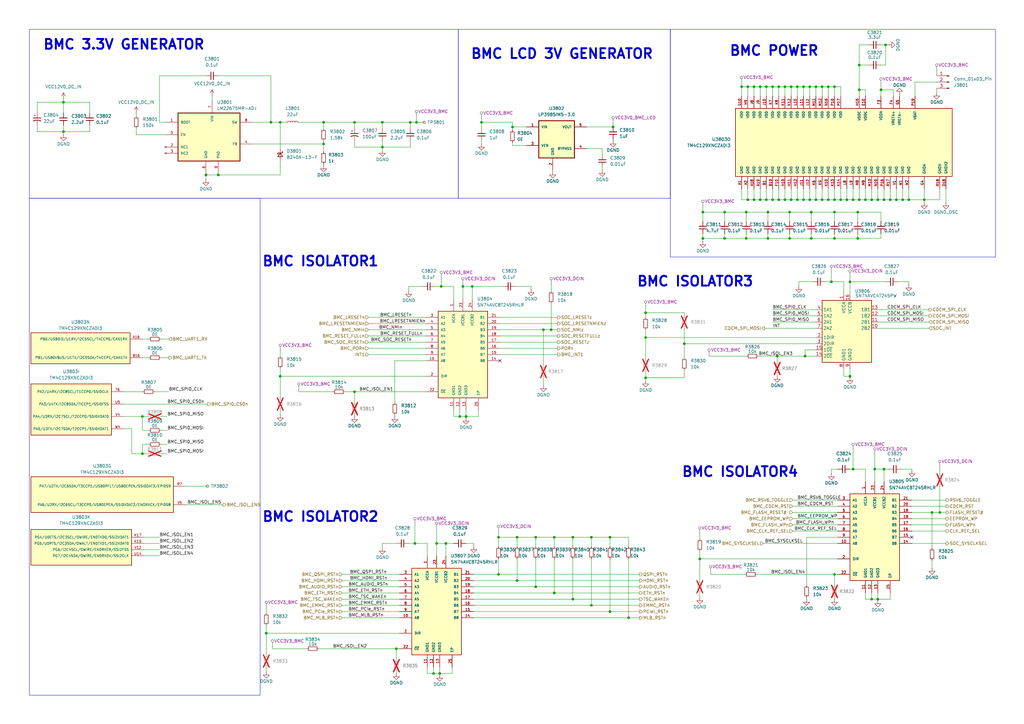
<source format=kicad_sch>
(kicad_sch (version 20250114) (generator "eeschema") (generator_version "9.0")
  (paper "A3")
  (title_block (title "Barre de son (base saine)") (date "2025-05-16") (rev "1.0") (company "NDH"))
  (rectangle (start 187.96 12.065) (end 274.955 81.28))
  (rectangle (start 274.955 12.065) (end 408.305 105.41))
  (rectangle (start 12.065 12.065) (end 187.96 81.28))
  (rectangle (start 12.065 81.28) (end 106.68 285.115))
  (text "BMC ISOLATOR3" (at 285.115 115.57 0) (effects (font (size 4 4) (thickness 0.8) (bold yes))))
  (text "BMC 3.3V GENERATOR" (at 50.8 18.415 0) (effects (font (size 4 4) (thickness 0.8) (bold yes))))
  (text "BMC ISOLATOR2\n" (at 131.445 212.09 0) (effects (font (size 4 4) (thickness 0.8) (bold yes))))
  (text "BMC LCD 3V GENERATOR" (at 230.505 22.225 0) (effects (font (size 4 4) (thickness 0.8) (bold yes))))
  (text "BMC ISOLATOR1\n" (at 131.445 107.315 0) (effects (font (size 4 4) (thickness 0.8) (bold yes))))
  (text "BMC POWER\n" (at 317.5 20.955 0) (effects (font (size 4 4) (thickness 0.8) (bold yes))))
  (text "BMC ISOLATOR4" (at 303.53 193.675 0) (effects (font (size 4 4) (thickness 0.8) (bold yes))))
  (junction (at 337.185 81.915))
  (junction (at 344.805 81.915))
  (junction (at 342.265 235.585))
  (junction (at 251.46 52.07))
  (junction (at 324.485 35.56))
  (junction (at 332.74 97.79))
  (junction (at 311.785 35.56))
  (junction (at 311.785 81.915))
  (junction (at 329.565 81.915))
  (junction (at 288.29 86.995))
  (junction (at 162.56 266.065))
  (junction (at 342.265 86.995))
  (junction (at 314.325 81.915))
  (junction (at 339.725 81.915))
  (junction (at 361.315 36.83))
  (junction (at 280.67 140.97))
  (junction (at 168.275 50.165))
  (junction (at 250.19 220.345))
  (junction (at 306.705 35.56))
  (junction (at 234.95 220.345))
  (junction (at 370.205 81.915))
  (junction (at 58.42 186.055))
  (junction (at 323.85 97.79))
  (junction (at 342.265 35.56))
  (junction (at 193.675 117.475))
  (junction (at 332.74 86.995))
  (junction (at 323.85 86.995))
  (junction (at 332.105 81.915))
  (junction (at 357.505 245.745))
  (junction (at 222.885 135.255))
  (junction (at 352.425 36.83))
  (junction (at 385.445 210.185))
  (junction (at 342.265 81.915))
  (junction (at 309.245 81.915))
  (junction (at 330.2 146.05))
  (junction (at 109.22 259.715))
  (junction (at 337.185 35.56))
  (junction (at 360.045 245.745))
  (junction (at 351.79 97.79))
  (junction (at 156.845 60.325))
  (junction (at 321.945 35.56))
  (junction (at 334.645 35.56))
  (junction (at 145.415 160.655))
  (junction (at 349.885 81.915))
  (junction (at 212.09 238.125))
  (junction (at 327.025 81.915))
  (junction (at 188.595 170.815))
  (junction (at 367.665 81.915))
  (junction (at 362.585 192.405))
  (junction (at 204.47 235.585))
  (junction (at 212.09 220.345))
  (junction (at 250.19 250.825))
  (junction (at 321.945 81.915))
  (junction (at 226.06 135.255))
  (junction (at 360.045 81.915))
  (junction (at 352.425 26.67))
  (junction (at 319.405 81.915))
  (junction (at 264.795 138.43))
  (junction (at 306.07 86.995))
  (junction (at 316.865 35.56))
  (junction (at 170.815 50.165))
  (junction (at 189.865 117.475))
  (junction (at 357.505 81.915))
  (junction (at 264.795 154.94))
  (junction (at 204.47 220.345))
  (junction (at 297.18 86.995))
  (junction (at 340.995 115.57))
  (junction (at 316.865 81.915))
  (junction (at 257.81 253.365))
  (junction (at 379.095 81.915))
  (junction (at 362.585 81.915))
  (junction (at 306.705 81.915))
  (junction (at 358.775 192.405))
  (junction (at 210.185 52.07))
  (junction (at 179.07 222.885))
  (junction (at 132.715 50.165))
  (junction (at 342.265 97.79))
  (junction (at 348.615 115.57))
  (junction (at 363.22 18.415))
  (junction (at 145.415 50.165))
  (junction (at 227.33 220.345))
  (junction (at 339.725 35.56))
  (junction (at 242.57 220.345))
  (junction (at 111.125 50.165))
  (junction (at 327.025 35.56))
  (junction (at 197.485 50.165))
  (junction (at 324.485 81.915))
  (junction (at 287.02 229.235))
  (junction (at 319.405 35.56))
  (junction (at 182.88 222.885))
  (junction (at 177.8 276.225))
  (junction (at 227.33 243.205))
  (junction (at 84.455 71.755))
  (junction (at 352.425 81.915))
  (junction (at 309.245 35.56))
  (junction (at 180.34 276.225))
  (junction (at 365.125 81.915))
  (junction (at 242.57 248.285))
  (junction (at 114.935 50.165))
  (junction (at 332.105 35.56))
  (junction (at 264.795 128.27))
  (junction (at 58.42 170.815))
  (junction (at 180.975 117.475))
  (junction (at 382.27 210.185))
  (junction (at 334.645 81.915))
  (junction (at 314.325 35.56))
  (junction (at 372.745 81.915))
  (junction (at 234.95 245.745))
  (junction (at 329.565 35.56))
  (junction (at 318.77 146.05))
  (junction (at 354.965 81.915))
  (junction (at 89.535 71.755))
  (junction (at 304.165 35.56))
  (junction (at 26.035 41.91))
  (junction (at 170.18 222.885))
  (junction (at 26.035 53.975))
  (junction (at 219.71 220.345))
  (junction (at 306.07 97.79))
  (junction (at 297.18 97.79))
  (junction (at 314.96 97.79))
  (junction (at 132.715 59.055))
  (junction (at 219.71 240.665))
  (junction (at 348.615 154.305))
  (junction (at 351.79 86.995))
  (junction (at 347.345 81.915))
  (junction (at 288.29 97.79))
  (junction (at 114.935 154.305))
  (junction (at 349.885 192.405))
  (junction (at 314.96 86.995))
  (junction (at 156.845 50.165))
  (junction (at 191.135 170.815))
  (no_connect (at 205.105 147.955))
  (no_connect (at 374.015 220.345))
  (wire (pts (xy 327.025 35.56) (xy 329.565 35.56)))
  (wire (pts (xy 65.405 50.165) (xy 67.945 50.165)))
  (wire (pts (xy 342.265 97.79) (xy 342.265 95.885)))
  (wire (pts (xy 342.265 240.03) (xy 342.265 235.585)))
  (wire (pts (xy 361.315 18.415) (xy 363.22 18.415)))
  (wire (pts (xy 340.995 194.31) (xy 340.995 192.405)))
  (wire (pts (xy 314.325 81.915) (xy 314.325 77.47)))
  (wire (pts (xy 348.615 192.405) (xy 349.885 192.405)))
  (wire (pts (xy 177.8 276.225) (xy 180.34 276.225)))
  (wire (pts (xy 156.845 222.885) (xy 162.56 222.885)))
  (wire (pts (xy 297.18 86.995) (xy 306.07 86.995)))
  (wire (pts (xy 182.88 222.885) (xy 186.055 222.885)))
  (wire (pts (xy 368.935 38.735) (xy 368.935 39.37)))
  (wire (pts (xy 366.395 36.83) (xy 361.315 36.83)))
  (wire (pts (xy 89.535 71.755) (xy 84.455 71.755)))
  (wire (pts (xy 84.455 71.12) (xy 84.455 71.755)))
  (wire (pts (xy 365.125 81.915) (xy 365.125 77.47)))
  (wire (pts (xy 316.865 35.56) (xy 319.405 35.56)))
  (wire (pts (xy 384.175 38.1) (xy 384.175 36.195)))
  (wire (pts (xy 360.045 81.915) (xy 360.045 77.47)))
  (wire (pts (xy 287.02 219.075) (xy 287.02 220.98)))
  (wire (pts (xy 351.79 97.79) (xy 361.315 97.79)))
  (wire (pts (xy 352.425 36.83) (xy 352.425 39.37)))
  (wire (pts (xy 69.215 146.685) (xy 66.04 146.685)))
  (wire (pts (xy 114.935 170.18) (xy 114.935 168.275)))
  (wire (pts (xy 175.26 276.225) (xy 175.26 273.685)))
  (wire (pts (xy 374.015 205.105) (xy 387.985 205.105)))
  (wire (pts (xy 348.615 154.94) (xy 348.615 154.305)))
  (wire (pts (xy 50.8 165.735) (xy 85.09 165.735)))
  (wire (pts (xy 109.22 275.59) (xy 109.22 273.685)))
  (wire (pts (xy 212.09 229.235) (xy 212.09 238.125)))
  (wire (pts (xy 122.555 160.655) (xy 136.525 160.655)))
  (wire (pts (xy 204.47 220.345) (xy 204.47 224.155)))
  (wire (pts (xy 234.95 229.235) (xy 234.95 245.745)))
  (wire (pts (xy 188.595 170.815) (xy 191.135 170.815)))
  (wire (pts (xy 357.505 245.745) (xy 360.045 245.745)))
  (wire (pts (xy 109.22 268.605) (xy 109.22 259.715)))
  (wire (pts (xy 365.125 243.205) (xy 365.125 245.745)))
  (wire (pts (xy 26.035 51.435) (xy 26.035 53.975)))
  (wire (pts (xy 379.095 77.47) (xy 379.095 81.915)))
  (wire (pts (xy 53.975 186.055) (xy 53.975 175.895)))
  (wire (pts (xy 217.805 117.475) (xy 211.455 117.475)))
  (wire (pts (xy 140.335 248.285) (xy 163.83 248.285)))
  (wire (pts (xy 287.02 245.11) (xy 287.02 243.205)))
  (wire (pts (xy 156.845 61.595) (xy 156.845 60.325)))
  (wire (pts (xy 170.815 50.165) (xy 173.99 50.165)))
  (wire (pts (xy 352.425 81.915) (xy 352.425 77.47)))
  (wire (pts (xy 379.095 83.185) (xy 379.095 81.915)))
  (wire (pts (xy 337.185 35.56) (xy 339.725 35.56)))
  (wire (pts (xy 316.865 127) (xy 334.645 127)))
  (wire (pts (xy 219.71 220.345) (xy 219.71 224.155)))
  (wire (pts (xy 342.265 245.745) (xy 342.265 245.11)))
  (wire (pts (xy 304.165 81.915) (xy 304.165 77.47)))
  (wire (pts (xy 168.275 52.705) (xy 168.275 50.165)))
  (wire (pts (xy 174.625 130.175) (xy 151.13 130.175)))
  (wire (pts (xy 342.265 235.585) (xy 343.535 235.585)))
  (wire (pts (xy 364.49 18.415) (xy 363.22 18.415)))
  (wire (pts (xy 174.625 142.875) (xy 151.13 142.875)))
  (wire (pts (xy 321.945 35.56) (xy 321.945 39.37)))
  (wire (pts (xy 337.185 81.915) (xy 334.645 81.915)))
  (wire (pts (xy 141.605 160.655) (xy 145.415 160.655)))
  (wire (pts (xy 167.64 119.38) (xy 167.64 117.475)))
  (wire (pts (xy 226.06 135.255) (xy 228.6 135.255)))
  (wire (pts (xy 334.645 35.56) (xy 337.185 35.56)))
  (wire (pts (xy 86.995 39.37) (xy 86.995 41.275)))
  (wire (pts (xy 197.485 52.705) (xy 197.485 50.165)))
  (wire (pts (xy 60.96 182.245) (xy 58.42 182.245)))
  (wire (pts (xy 205.105 132.715) (xy 228.6 132.715)))
  (wire (pts (xy 319.405 35.56) (xy 321.945 35.56)))
  (wire (pts (xy 304.165 35.56) (xy 304.165 39.37)))
  (wire (pts (xy 280.67 129.54) (xy 280.67 128.27)))
  (wire (pts (xy 189.865 116.84) (xy 189.865 117.475)))
  (wire (pts (xy 332.105 81.915) (xy 329.565 81.915)))
  (wire (pts (xy 316.865 81.915) (xy 316.865 77.47)))
  (wire (pts (xy 384.175 29.21) (xy 384.175 31.115)))
  (wire (pts (xy 347.345 81.915) (xy 347.345 77.47)))
  (wire (pts (xy 291.465 234.95) (xy 291.465 235.585)))
  (wire (pts (xy 60.96 146.685) (xy 58.42 146.685)))
  (wire (pts (xy 327.025 35.56) (xy 327.025 39.37)))
  (wire (pts (xy 250.19 220.345) (xy 250.19 224.155)))
  (wire (pts (xy 114.935 163.195) (xy 114.935 154.305)))
  (wire (pts (xy 354.965 36.83) (xy 352.425 36.83)))
  (wire (pts (xy 114.935 66.04) (xy 114.935 71.755)))
  (wire (pts (xy 84.455 31.115) (xy 65.405 31.115)))
  (wire (pts (xy 334.645 35.56) (xy 334.645 39.37)))
  (wire (pts (xy 156.845 60.325) (xy 145.415 60.325)))
  (wire (pts (xy 58.42 182.245) (xy 58.42 186.055)))
  (wire (pts (xy 349.885 184.785) (xy 349.885 192.405)))
  (wire (pts (xy 205.105 137.795) (xy 228.6 137.795)))
  (wire (pts (xy 68.58 170.815) (xy 66.04 170.815)))
  (wire (pts (xy 306.07 86.995) (xy 314.96 86.995)))
  (wire (pts (xy 68.58 182.245) (xy 66.04 182.245)))
  (wire (pts (xy 325.12 207.645) (xy 343.535 207.645)))
  (wire (pts (xy 357.505 81.915) (xy 354.965 81.915)))
  (wire (pts (xy 280.67 128.27) (xy 264.795 128.27)))
  (wire (pts (xy 327.025 81.915) (xy 324.485 81.915)))
  (wire (pts (xy 242.57 220.345) (xy 234.95 220.345)))
  (wire (pts (xy 340.995 192.405) (xy 343.535 192.405)))
  (wire (pts (xy 55.88 52.705) (xy 55.88 55.245)))
  (wire (pts (xy 194.31 240.665) (xy 219.71 240.665)))
  (wire (pts (xy 280.67 140.97) (xy 280.67 146.685)))
  (wire (pts (xy 297.18 97.79) (xy 297.18 95.885)))
  (wire (pts (xy 384.175 33.655) (xy 375.285 33.655)))
  (wire (pts (xy 185.42 276.225) (xy 180.34 276.225)))
  (wire (pts (xy 351.79 86.995) (xy 361.315 86.995)))
  (wire (pts (xy 338.455 115.57) (xy 340.995 115.57)))
  (wire (pts (xy 222.885 135.255) (xy 226.06 135.255)))
  (wire (pts (xy 242.57 220.345) (xy 242.57 224.155)))
  (wire (pts (xy 360.045 246.38) (xy 360.045 245.745)))
  (wire (pts (xy 161.925 147.955) (xy 174.625 147.955)))
  (wire (pts (xy 334.645 81.915) (xy 334.645 77.47)))
  (wire (pts (xy 196.215 168.275) (xy 196.215 170.815)))
  (wire (pts (xy 344.805 39.37) (xy 344.805 35.56)))
  (wire (pts (xy 361.315 26.67) (xy 363.22 26.67)))
  (wire (pts (xy 361.315 95.885) (xy 361.315 97.79)))
  (wire (pts (xy 361.315 90.805) (xy 361.315 86.995)))
  (wire (pts (xy 194.31 235.585) (xy 204.47 235.585)))
  (wire (pts (xy 360.045 129.54) (xy 381 129.54)))
  (wire (pts (xy 346.075 115.57) (xy 346.075 120.65)))
  (wire (pts (xy 242.57 229.235) (xy 242.57 248.285)))
  (wire (pts (xy 194.31 243.205) (xy 227.33 243.205)))
  (wire (pts (xy 362.585 81.915) (xy 360.045 81.915)))
  (wire (pts (xy 309.245 81.915) (xy 306.705 81.915)))
  (wire (pts (xy 67.945 55.245) (xy 55.88 55.245)))
  (wire (pts (xy 145.415 60.325) (xy 145.415 57.785)))
  (wire (pts (xy 145.415 160.655) (xy 174.625 160.655)))
  (wire (pts (xy 314.96 97.79) (xy 314.96 95.885)))
  (wire (pts (xy 287.02 229.235) (xy 287.02 226.06)))
  (wire (pts (xy 323.85 86.995) (xy 332.74 86.995)))
  (wire (pts (xy 306.705 35.56) (xy 309.245 35.56)))
  (wire (pts (xy 162.56 266.065) (xy 163.83 266.065)))
  (wire (pts (xy 140.335 240.665) (xy 163.83 240.665)))
  (wire (pts (xy 109.22 259.715) (xy 109.22 256.54)))
  (wire (pts (xy 212.09 238.125) (xy 262.255 238.125)))
  (wire (pts (xy 342.265 86.995) (xy 342.265 90.805)))
  (wire (pts (xy 179.07 222.885) (xy 182.88 222.885)))
  (wire (pts (xy 370.205 81.915) (xy 370.205 77.47)))
  (wire (pts (xy 84.455 71.755) (xy 84.455 73.66)))
  (wire (pts (xy 194.31 253.365) (xy 257.81 253.365)))
  (wire (pts (xy 161.925 165.1) (xy 161.925 147.955)))
  (wire (pts (xy 334.645 134.62) (xy 313.69 134.62)))
  (wire (pts (xy 65.405 222.885) (xy 59.055 222.885)))
  (wire (pts (xy 385.445 210.185) (xy 387.985 210.185)))
  (wire (pts (xy 145.415 165.1) (xy 145.415 160.655)))
  (wire (pts (xy 311.785 35.56) (xy 314.325 35.56)))
  (wire (pts (xy 342.265 81.915) (xy 339.725 81.915)))
  (wire (pts (xy 219.71 220.345) (xy 212.09 220.345)))
  (wire (pts (xy 68.58 186.055) (xy 66.04 186.055)))
  (wire (pts (xy 76.2 207.01) (xy 91.44 207.01)))
  (wire (pts (xy 314.325 81.915) (xy 311.785 81.915)))
  (wire (pts (xy 363.22 18.415) (xy 363.22 26.67)))
  (wire (pts (xy 210.185 52.07) (xy 215.9 52.07)))
  (wire (pts (xy 356.235 26.67) (xy 352.425 26.67)))
  (wire (pts (xy 226.06 116.84) (xy 226.06 119.38)))
  (wire (pts (xy 329.565 35.56) (xy 329.565 39.37)))
  (wire (pts (xy 357.505 81.915) (xy 357.505 77.47)))
  (wire (pts (xy 372.745 81.915) (xy 370.205 81.915)))
  (wire (pts (xy 374.015 210.185) (xy 382.27 210.185)))
  (wire (pts (xy 385.445 77.47) (xy 385.445 81.915)))
  (wire (pts (xy 180.34 276.225) (xy 180.34 273.685)))
  (wire (pts (xy 257.81 220.345) (xy 250.19 220.345)))
  (wire (pts (xy 234.95 220.345) (xy 234.95 224.155)))
  (wire (pts (xy 168.275 57.785) (xy 168.275 60.325)))
  (wire (pts (xy 194.31 224.155) (xy 194.31 222.885)))
  (wire (pts (xy 332.105 35.56) (xy 334.645 35.56)))
  (wire (pts (xy 374.015 193.04) (xy 374.015 192.405)))
  (wire (pts (xy 332.74 97.79) (xy 332.74 95.885)))
  (wire (pts (xy 132.715 57.785) (xy 132.715 59.055)))
  (wire (pts (xy 197.485 48.895) (xy 197.485 50.165)))
  (wire (pts (xy 156.845 50.165) (xy 168.275 50.165)))
  (wire (pts (xy 60.96 170.815) (xy 58.42 170.815)))
  (wire (pts (xy 334.645 81.915) (xy 332.105 81.915)))
  (wire (pts (xy 15.24 41.91) (xy 15.24 46.355)))
  (wire (pts (xy 323.85 97.79) (xy 332.74 97.79)))
  (wire (pts (xy 168.275 50.165) (xy 170.815 50.165)))
  (wire (pts (xy 36.83 53.975) (xy 26.035 53.975)))
  (wire (pts (xy 111.125 31.115) (xy 111.125 50.165)))
  (wire (pts (xy 65.405 220.345) (xy 59.055 220.345)))
  (wire (pts (xy 55.88 46.355) (xy 55.88 47.625)))
  (wire (pts (xy 250.19 220.345) (xy 242.57 220.345)))
  (wire (pts (xy 227.33 220.345) (xy 227.33 224.155)))
  (wire (pts (xy 330.2 143.51) (xy 334.645 143.51)))
  (wire (pts (xy 186.055 170.815) (xy 186.055 168.275)))
  (wire (pts (xy 114.935 50.165) (xy 111.125 50.165)))
  (wire (pts (xy 374.015 212.725) (xy 387.985 212.725)))
  (wire (pts (xy 234.95 245.745) (xy 262.255 245.745)))
  (wire (pts (xy 26.035 55.245) (xy 26.035 53.975)))
  (wire (pts (xy 288.29 97.79) (xy 288.29 95.885)))
  (wire (pts (xy 314.96 97.79) (xy 323.85 97.79)))
  (wire (pts (xy 178.435 117.475) (xy 180.975 117.475)))
  (wire (pts (xy 26.035 40.64) (xy 26.035 41.91)))
  (wire (pts (xy 381 134.62) (xy 360.045 134.62)))
  (wire (pts (xy 58.42 170.815) (xy 58.42 176.53)))
  (wire (pts (xy 349.885 81.915) (xy 349.885 77.47)))
  (wire (pts (xy 189.865 122.555) (xy 189.865 117.475)))
  (wire (pts (xy 360.045 245.745) (xy 360.045 243.205)))
  (wire (pts (xy 205.105 135.255) (xy 222.885 135.255)))
  (wire (pts (xy 58.42 160.655) (xy 50.8 160.655)))
  (wire (pts (xy 26.035 46.355) (xy 26.035 41.91)))
  (wire (pts (xy 370.205 81.915) (xy 367.665 81.915)))
  (wire (pts (xy 354.965 245.745) (xy 354.965 243.205)))
  (wire (pts (xy 332.74 97.79) (xy 342.265 97.79)))
  (wire (pts (xy 372.745 77.47) (xy 372.745 81.915)))
  (wire (pts (xy 374.015 207.645) (xy 387.985 207.645)))
  (wire (pts (xy 360.045 81.915) (xy 357.505 81.915)))
  (wire (pts (xy 132.715 50.165) (xy 122.555 50.165)))
  (wire (pts (xy 177.8 276.225) (xy 177.8 273.685)))
  (wire (pts (xy 180.34 276.86) (xy 180.34 276.225)))
  (wire (pts (xy 65.405 31.115) (xy 65.405 50.165)))
  (wire (pts (xy 375.285 33.655) (xy 375.285 39.37)))
  (wire (pts (xy 212.09 220.345) (xy 212.09 224.155)))
  (wire (pts (xy 297.18 97.79) (xy 306.07 97.79)))
  (wire (pts (xy 387.985 83.185) (xy 387.985 77.47)))
  (wire (pts (xy 310.515 235.585) (xy 342.265 235.585)))
  (wire (pts (xy 140.335 250.825) (xy 163.83 250.825)))
  (wire (pts (xy 311.15 146.05) (xy 318.77 146.05)))
  (wire (pts (xy 297.18 86.995) (xy 297.18 90.805)))
  (wire (pts (xy 339.725 81.915) (xy 337.185 81.915)))
  (wire (pts (xy 324.485 35.56) (xy 324.485 39.37)))
  (wire (pts (xy 348.615 151.13) (xy 348.615 154.305)))
  (wire (pts (xy 348.615 115.57) (xy 348.615 120.65)))
  (wire (pts (xy 316.865 35.56) (xy 316.865 39.37)))
  (wire (pts (xy 316.865 132.08) (xy 334.645 132.08)))
  (wire (pts (xy 288.29 85.09) (xy 288.29 86.995)))
  (wire (pts (xy 354.965 39.37) (xy 354.965 36.83)))
  (wire (pts (xy 145.415 50.165) (xy 156.845 50.165)))
  (wire (pts (xy 374.015 192.405) (xy 369.57 192.405)))
  (wire (pts (xy 311.785 81.915) (xy 309.245 81.915)))
  (wire (pts (xy 193.675 117.475) (xy 206.375 117.475)))
  (wire (pts (xy 324.485 35.56) (xy 327.025 35.56)))
  (wire (pts (xy 204.47 218.44) (xy 204.47 220.345)))
  (wire (pts (xy 344.805 81.915) (xy 344.805 77.47)))
  (wire (pts (xy 280.67 134.62) (xy 280.67 140.97)))
  (wire (pts (xy 327.025 81.915) (xy 327.025 77.47)))
  (wire (pts (xy 194.31 245.745) (xy 234.95 245.745)))
  (wire (pts (xy 288.29 86.995) (xy 288.29 90.805)))
  (wire (pts (xy 318.77 154.305) (xy 318.77 153.67)))
  (wire (pts (xy 227.33 243.205) (xy 262.255 243.205)))
  (wire (pts (xy 327.66 117.475) (xy 327.66 115.57)))
  (wire (pts (xy 167.64 222.885) (xy 170.18 222.885)))
  (wire (pts (xy 264.795 138.43) (xy 334.645 138.43)))
  (wire (pts (xy 194.31 238.125) (xy 212.09 238.125)))
  (wire (pts (xy 306.07 97.79) (xy 314.96 97.79)))
  (wire (pts (xy 170.18 222.885) (xy 175.26 222.885)))
  (wire (pts (xy 197.485 59.055) (xy 197.485 57.785)))
  (wire (pts (xy 163.83 235.585) (xy 140.335 235.585)))
  (wire (pts (xy 188.595 170.815) (xy 186.055 170.815)))
  (wire (pts (xy 58.42 186.055) (xy 53.975 186.055)))
  (wire (pts (xy 114.935 154.305) (xy 174.625 154.305)))
  (wire (pts (xy 69.215 139.065) (xy 66.04 139.065)))
  (wire (pts (xy 325.12 205.105) (xy 343.535 205.105)))
  (wire (pts (xy 325.12 217.805) (xy 343.535 217.805)))
  (wire (pts (xy 316.865 81.915) (xy 314.325 81.915)))
  (wire (pts (xy 352.425 81.915) (xy 349.885 81.915)))
  (wire (pts (xy 182.88 222.885) (xy 182.88 227.965)))
  (wire (pts (xy 318.77 148.59) (xy 318.77 146.05)))
  (wire (pts (xy 191.135 170.815) (xy 191.135 168.275)))
  (wire (pts (xy 366.395 39.37) (xy 366.395 36.83)))
  (wire (pts (xy 180.975 114.3) (xy 180.975 117.475)))
  (wire (pts (xy 156.845 224.79) (xy 156.845 222.885)))
  (wire (pts (xy 330.835 245.745) (xy 330.835 245.11)))
  (wire (pts (xy 358.775 192.405) (xy 362.585 192.405)))
  (wire (pts (xy 60.96 176.53) (xy 58.42 176.53)))
  (wire (pts (xy 210.185 50.165) (xy 210.185 52.07)))
  (wire (pts (xy 204.47 229.235) (xy 204.47 235.585)))
  (wire (pts (xy 205.105 130.175) (xy 228.6 130.175)))
  (wire (pts (xy 334.645 146.05) (xy 330.2 146.05)))
  (wire (pts (xy 385.445 191.77) (xy 385.445 194.31)))
  (wire (pts (xy 60.96 186.055) (xy 58.42 186.055)))
  (wire (pts (xy 204.47 235.585) (xy 262.255 235.585)))
  (wire (pts (xy 50.8 170.815) (xy 58.42 170.815)))
  (wire (pts (xy 205.105 142.875) (xy 228.6 142.875)))
  (wire (pts (xy 251.46 50.8) (xy 251.46 52.07)))
  (wire (pts (xy 186.055 117.475) (xy 186.055 122.555)))
  (wire (pts (xy 122.555 160.02) (xy 122.555 160.655)))
  (wire (pts (xy 347.345 81.915) (xy 344.805 81.915)))
  (wire (pts (xy 319.405 81.915) (xy 319.405 77.47)))
  (wire (pts (xy 264.795 138.43) (xy 264.795 147.32)))
  (wire (pts (xy 304.165 34.29) (xy 304.165 35.56)))
  (wire (pts (xy 222.885 158.115) (xy 222.885 154.94)))
  (wire (pts (xy 65.405 225.425) (xy 59.055 225.425)))
  (wire (pts (xy 330.835 220.345) (xy 330.835 240.03)))
  (wire (pts (xy 60.96 139.065) (xy 58.42 139.065)))
  (wire (pts (xy 264.795 156.21) (xy 264.795 154.94)))
  (wire (pts (xy 309.245 81.915) (xy 309.245 77.47)))
  (wire (pts (xy 174.625 140.335) (xy 151.13 140.335)))
  (wire (pts (xy 348.615 115.57) (xy 363.22 115.57)))
  (wire (pts (xy 234.95 220.345) (xy 227.33 220.345)))
  (wire (pts (xy 250.19 250.825) (xy 262.255 250.825)))
  (wire (pts (xy 179.07 217.17) (xy 179.07 222.885)))
  (wire (pts (xy 114.935 154.305) (xy 114.935 151.13)))
  (wire (pts (xy 382.27 210.185) (xy 385.445 210.185)))
  (wire (pts (xy 111.76 266.065) (xy 125.73 266.065)))
  (wire (pts (xy 319.405 35.56) (xy 319.405 39.37)))
  (wire (pts (xy 117.475 50.165) (xy 114.935 50.165)))
  (wire (pts (xy 180.975 117.475) (xy 186.055 117.475)))
  (wire (pts (xy 145.415 170.815) (xy 145.415 170.18)))
  (wire (pts (xy 140.335 243.205) (xy 163.83 243.205)))
  (wire (pts (xy 340.995 115.57) (xy 346.075 115.57)))
  (wire (pts (xy 342.265 81.915) (xy 342.265 77.47)))
  (wire (pts (xy 167.64 117.475) (xy 173.355 117.475)))
  (wire (pts (xy 109.22 259.715) (xy 163.83 259.715)))
  (wire (pts (xy 111.125 50.165) (xy 103.505 50.165)))
  (wire (pts (xy 109.22 249.555) (xy 109.22 251.46)))
  (wire (pts (xy 89.535 31.115) (xy 111.125 31.115)))
  (wire (pts (xy 264.795 154.94) (xy 280.67 154.94)))
  (wire (pts (xy 306.705 35.56) (xy 306.705 39.37)))
  (wire (pts (xy 352.425 26.67) (xy 352.425 36.83)))
  (wire (pts (xy 219.71 240.665) (xy 262.255 240.665)))
  (wire (pts (xy 226.06 124.46) (xy 226.06 135.255)))
  (wire (pts (xy 185.42 273.685) (xy 185.42 276.225)))
  (wire (pts (xy 193.675 117.475) (xy 193.675 122.555)))
  (wire (pts (xy 342.265 35.56) (xy 342.265 39.37)))
  (wire (pts (xy 222.885 135.255) (xy 222.885 149.86)))
  (wire (pts (xy 324.485 81.915) (xy 321.945 81.915)))
  (wire (pts (xy 357.505 245.745) (xy 354.965 245.745)))
  (wire (pts (xy 130.81 266.065) (xy 162.56 266.065)))
  (wire (pts (xy 332.74 86.995) (xy 332.74 90.805)))
  (wire (pts (xy 339.725 81.915) (xy 339.725 77.47)))
  (wire (pts (xy 175.26 222.885) (xy 175.26 227.965)))
  (wire (pts (xy 114.935 71.755) (xy 89.535 71.755)))
  (wire (pts (xy 311.785 35.56) (xy 311.785 39.37)))
  (wire (pts (xy 205.105 145.415) (xy 228.6 145.415)))
  (wire (pts (xy 163.83 245.745) (xy 140.335 245.745)))
  (wire (pts (xy 132.715 62.23) (xy 132.715 59.055)))
  (wire (pts (xy 145.415 52.705) (xy 145.415 50.165)))
  (wire (pts (xy 210.185 58.42) (xy 210.185 59.69)))
  (wire (pts (xy 194.31 222.885) (xy 191.135 222.885)))
  (wire (pts (xy 385.445 199.39) (xy 385.445 210.185)))
  (wire (pts (xy 332.105 81.915) (xy 332.105 77.47)))
  (wire (pts (xy 304.165 35.56) (xy 306.705 35.56)))
  (wire (pts (xy 247.015 60.96) (xy 240.665 60.96)))
  (wire (pts (xy 358.775 186.69) (xy 358.775 192.405)))
  (wire (pts (xy 325.12 215.265) (xy 343.535 215.265)))
  (wire (pts (xy 323.85 86.995) (xy 323.85 90.805)))
  (wire (pts (xy 354.965 192.405) (xy 354.965 197.485)))
  (wire (pts (xy 314.96 86.995) (xy 323.85 86.995)))
  (wire (pts (xy 76.2 199.39) (xy 85.09 199.39)))
  (wire (pts (xy 374.015 222.885) (xy 387.985 222.885)))
  (wire (pts (xy 290.83 146.05) (xy 306.07 146.05)))
  (wire (pts (xy 156.845 60.325) (xy 156.845 57.785)))
  (wire (pts (xy 356.235 18.415) (xy 352.425 18.415)))
  (wire (pts (xy 342.265 97.79) (xy 351.79 97.79)))
  (wire (pts (xy 313.055 222.885) (xy 343.535 222.885)))
  (wire (pts (xy 332.74 86.995) (xy 342.265 86.995)))
  (wire (pts (xy 309.245 35.56) (xy 309.245 39.37)))
  (wire (pts (xy 361.315 34.925) (xy 361.315 36.83)))
  (wire (pts (xy 114.935 60.96) (xy 114.935 50.165)))
  (wire (pts (xy 349.885 81.915) (xy 347.345 81.915)))
  (wire (pts (xy 330.2 146.05) (xy 330.2 143.51)))
  (wire (pts (xy 365.125 245.745) (xy 360.045 245.745)))
  (wire (pts (xy 314.96 86.995) (xy 314.96 90.805)))
  (wire (pts (xy 321.945 35.56) (xy 324.485 35.56)))
  (wire (pts (xy 151.13 135.255) (xy 174.625 135.255)))
  (wire (pts (xy 156.845 52.705) (xy 156.845 50.165)))
  (wire (pts (xy 346.075 154.305) (xy 346.075 151.13)))
  (wire (pts (xy 314.325 35.56) (xy 316.865 35.56)))
  (wire (pts (xy 325.12 210.185) (xy 343.535 210.185)))
  (wire (pts (xy 162.56 276.225) (xy 162.56 275.59)))
  (wire (pts (xy 329.565 35.56) (xy 332.105 35.56)))
  (wire (pts (xy 362.585 81.915) (xy 362.585 77.47)))
  (wire (pts (xy 197.485 50.165) (xy 210.185 50.165)))
  (wire (pts (xy 321.945 81.915) (xy 321.945 77.47)))
  (wire (pts (xy 151.13 132.715) (xy 174.625 132.715)))
  (wire (pts (xy 321.945 81.915) (xy 319.405 81.915)))
  (wire (pts (xy 362.585 192.405) (xy 362.585 197.485)))
  (wire (pts (xy 374.015 217.805) (xy 387.985 217.805)))
  (wire (pts (xy 217.805 118.745) (xy 217.805 117.475)))
  (wire (pts (xy 170.18 215.265) (xy 170.18 222.885)))
  (wire (pts (xy 205.105 140.335) (xy 228.6 140.335)))
  (wire (pts (xy 132.715 52.705) (xy 132.715 50.165)))
  (wire (pts (xy 367.665 81.915) (xy 367.665 77.47)))
  (wire (pts (xy 53.975 175.895) (xy 50.8 175.895)))
  (wire (pts (xy 210.185 59.69) (xy 215.9 59.69)))
  (wire (pts (xy 280.67 140.97) (xy 334.645 140.97)))
  (wire (pts (xy 358.775 197.485) (xy 358.775 192.405)))
  (wire (pts (xy 319.405 81.915) (xy 316.865 81.915)))
  (wire (pts (xy 329.565 81.915) (xy 329.565 77.47)))
  (wire (pts (xy 329.565 81.915) (xy 327.025 81.915)))
  (wire (pts (xy 132.715 50.165) (xy 145.415 50.165)))
  (wire (pts (xy 210.185 53.34) (xy 210.185 52.07)))
  (wire (pts (xy 291.465 235.585) (xy 305.435 235.585)))
  (wire (pts (xy 352.425 18.415) (xy 352.425 26.67)))
  (wire (pts (xy 196.215 170.815) (xy 191.135 170.815)))
  (wire (pts (xy 251.46 57.785) (xy 251.46 57.15)))
  (wire (pts (xy 372.745 115.57) (xy 368.3 115.57)))
  (wire (pts (xy 191.135 171.45) (xy 191.135 170.815)))
  (wire (pts (xy 385.445 81.915) (xy 379.095 81.915)))
  (wire (pts (xy 111.76 265.43) (xy 111.76 266.065)))
  (wire (pts (xy 250.19 229.235) (xy 250.19 250.825)))
  (wire (pts (xy 382.27 233.045) (xy 382.27 229.87)))
  (wire (pts (xy 339.725 35.56) (xy 342.265 35.56)))
  (wire (pts (xy 306.705 81.915) (xy 306.705 77.47)))
  (wire (pts (xy 379.095 81.915) (xy 372.745 81.915)))
  (wire (pts (xy 288.29 99.06) (xy 288.29 97.79)))
  (wire (pts (xy 342.265 35.56) (xy 344.805 35.56)))
  (wire (pts (xy 219.71 229.235) (xy 219.71 240.665)))
  (wire (pts (xy 226.695 70.485) (xy 226.695 69.85)))
  (wire (pts (xy 372.745 116.84) (xy 372.745 115.57)))
  (wire (pts (xy 257.81 253.365) (xy 262.255 253.365)))
  (wire (pts (xy 15.24 41.91) (xy 26.035 41.91)))
  (wire (pts (xy 26.035 41.91) (xy 36.83 41.91)))
  (wire (pts (xy 314.325 35.56) (xy 314.325 39.37)))
  (wire (pts (xy 264.795 154.94) (xy 264.795 152.4)))
  (wire (pts (xy 327.66 115.57) (xy 333.375 115.57)))
  (wire (pts (xy 68.58 176.53) (xy 66.04 176.53)))
  (wire (pts (xy 161.925 170.815) (xy 161.925 170.18)))
  (wire (pts (xy 194.31 248.285) (xy 242.57 248.285)))
  (wire (pts (xy 247.015 69.85) (xy 247.015 68.58)))
  (wire (pts (xy 381 132.08) (xy 360.045 132.08)))
  (wire (pts (xy 26.035 53.975) (xy 15.24 53.975)))
  (wire (pts (xy 65.405 227.965) (xy 59.055 227.965)))
  (wire (pts (xy 311.785 81.915) (xy 311.785 77.47)))
  (wire (pts (xy 280.67 151.765) (xy 280.67 154.94)))
  (wire (pts (xy 287.02 238.125) (xy 287.02 229.235)))
  (wire (pts (xy 132.715 59.055) (xy 103.505 59.055)))
  (wire (pts (xy 339.725 35.56) (xy 339.725 39.37)))
  (wire (pts (xy 316.865 129.54) (xy 334.645 129.54)))
  (wire (pts (xy 69.215 160.655) (xy 63.5 160.655)))
  (wire (pts (xy 297.18 97.79) (xy 288.29 97.79)))
  (wire (pts (xy 89.535 71.755) (xy 89.535 71.12)))
  (wire (pts (xy 340.995 111.76) (xy 340.995 115.57)))
  (wire (pts (xy 264.795 126.365) (xy 264.795 128.27)))
  (wire (pts (xy 349.885 192.405) (xy 354.965 192.405)))
  (wire (pts (xy 257.81 224.155) (xy 257.81 220.345)))
  (wire (pts (xy 306.07 97.79) (xy 306.07 95.885)))
  (wire (pts (xy 179.07 227.965) (xy 179.07 222.885)))
  (wire (pts (xy 330.835 220.345) (xy 343.535 220.345)))
  (wire (pts (xy 357.505 245.745) (xy 357.505 243.205)))
  (wire (pts (xy 264.795 135.255) (xy 264.795 138.43)))
  (wire (pts (xy 351.79 86.995) (xy 351.79 90.805)))
  (wire (pts (xy 15.24 53.975) (xy 15.24 51.435)))
  (wire (pts (xy 212.09 220.345) (xy 204.47 220.345)))
  (wire (pts (xy 242.57 248.285) (xy 262.255 248.285)))
  (wire (pts (xy 247.015 63.5) (xy 247.015 60.96)))
  (wire (pts (xy 351.79 97.79) (xy 351.79 95.885)))
  (wire (pts (xy 306.705 81.915) (xy 304.165 81.915)))
  (wire (pts (xy 168.275 60.325) (xy 156.845 60.325)))
  (wire (pts (xy 189.865 117.475) (xy 193.675 117.475)))
  (wire (pts (xy 306.07 86.995) (xy 306.07 90.805)))
  (wire (pts (xy 354.965 81.915) (xy 354.965 77.47)))
  (wire (pts (xy 162.56 270.51) (xy 162.56 266.065)))
  (wire (pts (xy 227.33 220.345) (xy 219.71 220.345)))
  (wire (pts (xy 348.615 154.305) (xy 346.075 154.305)))
  (wire (pts (xy 337.185 35.56) (xy 337.185 39.37)))
  (wire (pts (xy 332.105 35.56) (xy 332.105 39.37)))
  (wire (pts (xy 257.81 229.235) (xy 257.81 253.365)))
  (wire (pts (xy 374.015 215.265) (xy 387.985 215.265)))
  (wire (pts (xy 382.27 210.185) (xy 382.27 224.79)))
  (wire (pts (xy 132.715 67.945) (xy 132.715 67.31)))
  (wire (pts (xy 309.245 35.56) (xy 311.785 35.56)))
  (wire (pts (xy 365.125 81.915) (xy 362.585 81.915)))
  (wire (pts (xy 174.625 145.415) (xy 151.13 145.415)))
  (wire (pts (xy 325.12 212.725) (xy 343.535 212.725)))
  (wire (pts (xy 344.805 81.915) (xy 342.265 81.915)))
  (wire (pts (xy 177.8 276.225) (xy 175.26 276.225)))
  (wire (pts (xy 36.83 46.355) (xy 36.83 41.91)))
  (wire (pts (xy 361.315 36.83) (xy 361.315 39.37)))
  (wire (pts (xy 114.935 144.145) (xy 114.935 146.05)))
  (wire (pts (xy 367.665 81.915) (xy 365.125 81.915)))
  (wire (pts (xy 342.265 86.995) (xy 351.79 86.995)))
  (wire (pts (xy 227.33 229.235) (xy 227.33 243.205)))
  (wire (pts (xy 323.85 97.79) (xy 323.85 95.885)))
  (wire (pts (xy 297.18 86.995) (xy 288.29 86.995)))
  (wire (pts (xy 324.485 81.915) (xy 324.485 77.47)))
  (wire (pts (xy 194.31 250.825) (xy 250.19 250.825)))
  (wire (pts (xy 251.46 52.07) (xy 240.665 52.07)))
  (wire (pts (xy 318.77 146.05) (xy 330.2 146.05)))
  (wire (pts (xy 36.83 51.435) (xy 36.83 53.975)))
  (wire (pts (xy 354.965 81.915) (xy 352.425 81.915)))
  (wire (pts (xy 337.185 81.915) (xy 337.185 77.47)))
  (wire (pts (xy 188.595 170.815) (xy 188.595 168.275)))
  (wire (pts (xy 360.045 127) (xy 381 127)))
  (wire (pts (xy 362.585 192.405) (xy 364.49 192.405)))
  (wire (pts (xy 287.02 229.235) (xy 343.535 229.235)))
  (wire (pts (xy 140.335 253.365) (xy 163.83 253.365)))
  (wire (pts (xy 151.13 137.795) (xy 174.625 137.795)))
  (wire (pts (xy 348.615 113.665) (xy 348.615 115.57)))
  (wire (pts (xy 140.335 238.125) (xy 163.83 238.125)))
  (wire (pts (xy 264.795 128.27) (xy 264.795 130.175)))
  (wire (pts (xy 170.815 48.26) (xy 170.815 50.165)))
  (label "BMC_RSV6_TOGGLE" (at 327.025 205.105 0))
  (label "BMC_CDCM_RST" (at 327.025 207.645 0))
  (label "BMC_CLK_REF_SEL" (at 325.755 217.805 0))
  (label "BMC_QSPI_RSTn" (at 143.51 235.585 0))
  (label "BMC_SPI0_CLK" (at 316.865 127 0))
  (label "BMC_SPI0_MISO" (at 68.58 170.815 0))
  (label "BMC_SPI0_CLK" (at 69.215 160.655 0))
  (label "BMC_SPI0_MOSI" (at 68.58 176.53 0))
  (label "BMC_SPI0_MISO" (at 316.865 132.08 0))
  (label "BMC_SPI0_MISO" (at 68.58 182.245 0))
  (label "CDCM_SPI_MISO" (at 363.855 132.08 0))
  (label "BMC_MLB_RSTn" (at 142.875 253.365 0))
  (label "BMC_ISOL_EN1" (at 65.405 220.345 0))
  (label "BMC_AUDIO_RSTn" (at 142.875 240.665 0))
  (label "BMC_TSC_WAKEn" (at 142.875 245.745 0))
  (label "BMC_ETH_RSTn" (at 142.875 243.205 0))
  (label "BMC_HDMI_RSTn" (at 143.51 238.125 0))
  (label "BMC_EEPROM_WP" (at 327.025 212.725 0))
  (label "BMC_SYSCLKSEL" (at 313.69 222.885 0))
  (label "BMC_EMMC_RSTn" (at 142.875 248.285 0))
  (label "BMC_SPI0_MOSI" (at 68.58 186.055 0))
  (label "CDCM_SPI_CLK" (at 363.855 127 0))
  (label "BMC_ISOL_EN4" (at 65.405 227.965 0))
  (label "BMC_SOC_RESETn" (at 168.91 140.335 180))
  (label "CDCM_SPI_MOSI" (at 363.855 129.54 0))
  (label "BMC_ISOL_EN3" (at 65.405 225.425 0))
  (label "BMC_SPI0_MOSI" (at 316.865 129.54 0))
  (label "BMC_NMIn" (at 165.1 135.255 180))
  (label "BMC_ISOL_EN5" (at 76.835 207.01 0))
  (label "BMC_ISOL_EN2" (at 65.405 222.885 0))
  (label "INT" (at 316.865 134.62 0))
  (label "BMC_ISOL_EN2" (at 136.525 266.065 0))
  (label "BMC_LRESETNMIENn" (at 174.625 132.715 180))
  (label "BMC_RESET_FULLn" (at 173.355 137.795 180))
  (label "BMC_ISOL_EN4" (at 316.23 235.585 0))
  (label "BMC_PCIe_RSTn" (at 142.875 250.825 0))
  (label "BMC_SPI0_CS0n" (at 68.58 165.735 0))
  (label "BMC_ISOL_EN1" (at 147.32 160.655 0))
  (label "BMC_ISOL_EN3" (at 311.15 146.05 0))
  (label "BMC_FLASH_WPn" (at 326.39 215.265 0))
  (label "BMC_LRESETn" (at 168.91 130.175 180))
  (hierarchical_label "HDMI_RSTn" (shape output) (at 262.255 238.125 0))
  (hierarchical_label "INT1" (shape input) (at 151.13 145.415 180))
  (hierarchical_label "BMC_SOC_RESETn" (shape input) (at 151.13 140.335 180))
  (hierarchical_label "CDCM_SPI_MOSI" (shape output) (at 381 129.54 0))
  (hierarchical_label "BMC_NMIn" (shape input) (at 151.13 135.255 180))
  (hierarchical_label "RSV6_TOGGLE" (shape output) (at 387.985 205.105 0))
  (hierarchical_label "CLK_REF_SEL" (shape output) (at 387.985 217.805 0))
  (hierarchical_label "CDCM_SPI_MOSI" (shape output) (at 313.69 134.62 180))
  (hierarchical_label "ETH_RSTn" (shape output) (at 262.255 243.205 0))
  (hierarchical_label "SOC_RESETz" (shape output) (at 228.6 140.335 0))
  (hierarchical_label "FLASH_RESET#" (shape output) (at 387.985 210.185 0))
  (hierarchical_label "BMC_SYSCLKSEL" (shape input) (at 313.055 222.885 180))
  (hierarchical_label "SOC_SYSCLKSEL" (shape output) (at 387.985 222.885 0))
  (hierarchical_label "BMC_ISOL_EN5" (shape output) (at 91.44 207.01 0))
  (hierarchical_label "BMC_TSC_WAKEn" (shape input) (at 140.335 245.745 180))
  (hierarchical_label "SOC_NMIz" (shape output) (at 228.6 135.255 0))
  (hierarchical_label "BMC_CDCM_RST" (shape input) (at 325.12 207.645 180))
  (hierarchical_label "SOC_LRESETNMIENz" (shape output) (at 228.6 132.715 0))
  (hierarchical_label "BMC_INT1" (shape output) (at 228.6 145.415 0))
  (hierarchical_label "BMC_RESET_FULLn" (shape input) (at 151.13 137.795 180))
  (hierarchical_label "BMC_PCIe_RSTn" (shape input) (at 140.335 250.825 180))
  (hierarchical_label "SOC_RESETFULLz" (shape output) (at 228.6 137.795 0))
  (hierarchical_label "BMC_FLASH_RESET# " (shape input) (at 325.12 210.185 180))
  (hierarchical_label "BMC_PORn" (shape input) (at 151.13 142.875 180))
  (hierarchical_label "EMMC_RSTn" (shape output) (at 262.255 248.285 0))
  (hierarchical_label "BMC_EEPROM_WP" (shape input) (at 325.12 212.725 180))
  (hierarchical_label "PCIeI_RSTn" (shape output) (at 262.255 250.825 0))
  (hierarchical_label "TSC_WAKEn" (shape output) (at 262.255 245.745 0))
  (hierarchical_label "BMC_HDMI_RSTn" (shape input) (at 140.335 238.125 180))
  (hierarchical_label "BMC_EMMC_RSTn" (shape input) (at 140.335 248.285 180))
  (hierarchical_label "BMC_FLASH_WPn" (shape input) (at 325.12 215.265 180))
  (hierarchical_label "BMC_CLK_REF_SEL" (shape input) (at 325.12 217.805 180))
  (hierarchical_label "BMC_LRESETNMIENn" (shape input) (at 151.13 132.715 180))
  (hierarchical_label "BMC_UART1_RX" (shape input) (at 69.215 139.065 0))
  (hierarchical_label "SOC_LRESETz" (shape output) (at 228.6 130.175 0))
  (hierarchical_label "BMC_LRESETn" (shape input) (at 151.13 130.175 180))
  (hierarchical_label "QSPI_RSTn" (shape output) (at 262.255 235.585 0))
  (hierarchical_label "CDCM_SPI_MISO" (shape input) (at 381 132.08 0))
  (hierarchical_label "SOC_INT" (shape input) (at 381 134.62 0))
  (hierarchical_label "EEPROM_WP" (shape output) (at 387.985 212.725 0))
  (hierarchical_label "BMC_MLB_RSTn" (shape input) (at 140.335 253.365 180))
  (hierarchical_label "BMC_QSPI_RSTn" (shape input) (at 140.335 235.585 180))
  (hierarchical_label "MLB_RSTn" (shape output) (at 262.255 253.365 0))
  (hierarchical_label "CDCM_RST" (shape output) (at 387.985 207.645 0))
  (hierarchical_label "PORn" (shape output) (at 228.6 142.875 0))
  (hierarchical_label "BMC_AUDIO_RSTn" (shape input) (at 140.335 240.665 180))
  (hierarchical_label "FLASH_WPn" (shape output) (at 387.985 215.265 0))
  (hierarchical_label "BMC_UART1_TX" (shape output) (at 69.215 146.685 0))
  (hierarchical_label "CDCM_SPI_CLK" (shape output) (at 381 127 0))
  (hierarchical_label "BMC_ETH_RSTn" (shape input) (at 140.335 243.205 180))
  (hierarchical_label "BMC_SPI0_CS0n" (shape output) (at 85.09 165.735 0))
  (hierarchical_label "AUDIO_RSTn" (shape output) (at 262.255 240.665 0))
  (hierarchical_label "BMC_RSV6_TOGGLE" (shape input) (at 325.12 205.105 180))
  (netclass_flag "" (length 2.54) (shape round) (at 204.47 218.44 0) (property "Netclass" "VCC3V3_DCIN" (at 205.1685 215.9 0) (effects (justify left))))
  (netclass_flag "" (length 2.54) (shape round) (at 291.465 234.95 0) (property "Netclass" "VCC3V3_BMC" (at 292.1635 232.41 0) (effects (justify left))))
  (netclass_flag "" (length 2.54) (shape round) (at 197.485 48.895 0) (property "Netclass" "VCC3V3_BMC" (at 198.1835 46.355 0) (effects (justify left))))
  (netclass_flag "" (length 2.54) (shape round) (at 349.885 184.785 0) (property "Netclass" "VCC3V3_BMC" (at 350.5835 182.245 0) (effects (justify left))))
  (netclass_flag "" (length 2.54) (shape round) (at 264.795 126.365 0) (property "Netclass" "VCC3V3_BMC" (at 265.4935 123.825 0) (effects (justify left))))
  (netclass_flag "" (length 2.54) (shape round) (at 170.18 215.265 0) (property "Netclass" "VCC3V3_BMC" (at 170.8785 212.725 0) (effects (justify left))))
  (netclass_flag "" (length 2.54) (shape round) (at 385.445 191.77 0) (property "Netclass" "VCC3V3_DCIN" (at 386.1435 189.23 0) (effects (justify left))))
  (netclass_flag "" (length 2.54) (shape round) (at 179.07 217.17 0) (property "Netclass" "VCC3V3_DCIN" (at 179.7685 214.63 0) (effects (justify left))))
  (netclass_flag "" (length 2.54) (shape round) (at 384.175 29.21 0) (property "Netclass" "VCC3V3_BMC" (at 384.8735 26.67 0) (effects (justify left))))
  (netclass_flag "" (length 2.54) (shape round) (at 358.775 186.69 0) (property "Netclass" "VCC3V3_DCIN" (at 359.4735 184.15 0) (effects (justify left))))
  (netclass_flag "" (length 2.54) (shape round) (at 304.165 34.29 0) (property "Netclass" "VCC3V3_BMC" (at 304.8635 31.75 0) (effects (justify left))))
  (netclass_flag "" (length 2.54) (shape round) (at 287.02 219.075 0) (property "Netclass" "VCC3V3_BMC" (at 287.7185 216.535 0) (effects (justify left))))
  (netclass_flag "" (length 2.54) (shape round) (at 122.555 160.02 0) (property "Netclass" "VCC3V3_BMC" (at 123.2535 157.48 0) (effects (justify left))))
  (netclass_flag "" (length 2.54) (shape round) (at 180.975 114.3 0) (property "Netclass" "VCC3V3_BMC" (at 181.6735 111.76 0) (effects (justify left))))
  (netclass_flag "" (length 2.54) (shape round) (at 226.06 116.84 0) (property "Netclass" "VCC3V3_DCIN" (at 226.7585 114.3 0) (effects (justify left))))
  (netclass_flag "" (length 2.54) (shape round) (at 189.865 116.84 0) (property "Netclass" "VCC3V3_DCIN" (at 190.5635 114.3 0) (effects (justify left))))
  (netclass_flag "" (length 2.54) (shape round) (at 170.815 48.26 0) (property "Netclass" "VCC3V3_BMC" (at 171.5135 45.72 0) (effects (justify left))))
  (netclass_flag "" (length 2.54) (shape round) (at 348.615 113.665 0) (property "Netclass" "VCC3V3_DCIN" (at 349.3135 111.125 0) (effects (justify left))))
  (netclass_flag "" (length 2.54) (shape round) (at 111.76 265.43 0) (property "Netclass" "VCC3V3_BMC" (at 112.4585 262.89 0) (effects (justify left))))
  (netclass_flag "" (length 2.54) (shape round) (at 288.29 85.09 0) (property "Netclass" "VCC3V3_BMC" (at 288.9885 82.55 0) (effects (justify left))))
  (netclass_flag "" (length 2.54) (shape round) (at 251.46 50.8 0) (property "Netclass" "VCC3V0_BMC_LCD" (at 252.1585 48.26 0) (effects (justify left))))
  (netclass_flag "" (length 2.54) (shape round) (at 340.995 111.76 0) (property "Netclass" "VCC3V3_BMC" (at 341.6935 109.22 0) (effects (justify left))))
  (netclass_flag "" (length 2.54) (shape round) (at 361.315 34.925 0) (property "Netclass" "VCC3V3_BMC" (at 362.0135 32.385 0) (effects (justify left))))
  (netclass_flag "" (length 2.54) (shape round) (at 109.22 249.555 0) (property "Netclass" "VCC3V3_BMC" (at 109.9185 247.015 0) (effects (justify left))))
  (netclass_flag "" (length 2.54) (shape round) (at 290.83 146.05 0) (property "Netclass" "VCC3V3_BMC" (at 291.5285 143.51 0) (effects (justify left))))
  (netclass_flag "" (length 2.54) (shape round) (at 114.935 144.145 0) (property "Netclass" "VCC3V3_BMC" (at 115.6335 141.605 0) (effects (justify left))))
  (symbol (lib_id "Device:C_Small") (at 165.1 222.885 270) (unit 1)
    (property "Reference" "C3828" (at 165.0936 216.535 90))
    (property "Value" "0.1uF" (at 165.0936 219.075 90))
    (property "Description" "Unpolarized capacitor, small symbol" (effects (hide yes)))
  )
  (symbol (lib_id "Device:C_Small") (at 342.265 93.345 180) (unit 1)
    (property "Reference" "C3817" (at 343.535 92.075 0) (effects (justify right)))
    (property "Value" "0.01uF" (at 343.535 94.615 0) (effects (justify right)))
    (property "Description" "Unpolarized capacitor, small symbol" (effects (hide yes)))
  )
  (symbol (lib_id "Device:R_Small") (at 132.715 55.245 0) (unit 1)
    (property "Reference" "R3802" (at 135.255 53.9749 0) (effects (justify left)))
    (property "Value" "1.58k" (at 135.255 56.515 0) (effects (justify left)))
    (property "Description" "Resistor, small symbol" (effects (hide yes)))
  )
  (symbol (lib_id "Device:R_Small") (at 63.5 186.055 90) (unit 1) (dnp yes)
    (property "Reference" "R3811" (at 63.5 184.15 90))
    (property "Value" "0E" (effects (hide yes)))
    (property "Description" "Resistor, small symbol" (effects (hide yes)))
  )
  (symbol (lib_id "Device:R_Small") (at 210.185 55.88 0) (unit 1)
    (property "Reference" "R3804" (at 212.09 54.6099 0) (effects (justify left)))
    (property "Value" "0E" (at 212.09 57.1499 0) (effects (justify left)))
    (property "Description" "Resistor, small symbol" (effects (hide yes)))
  )
  (symbol (lib_id "Libglobal:TM4C129XNCZADI3") (at 62.23 231.14 0) (unit 7)
    (property "Reference" "U3803" (at 41.91 191.135 0))
    (property "Value" "TM4C129XNCZADI3" (at 41.91 193.675 0))
    (property "Footprint" "TM4C129XNCZADI3:BGA212N50P19X19_1000X1000X100" (effects (hide yes)))
    (property "MF" "Texas Instruments" (effects (hide yes)))
    (property "Description_1" "32-bit Arm Cortex-M4F based MCU with 120-MHz, 1-MB Flash, 256-KB RAM, USB, ENET MAC+PHY, LCD, AES" (effects (hide yes)))
    (property "Package" "NFBGA-212 Texas Instruments" (effects (hide yes)))
    (property "Price" "None" (effects (hide yes)))
    (property "SnapEDA_Link" "https://www.snapeda.com/parts/TM4C129XNCZADI3/Texas+Instruments/view-part/?ref=snap" (effects (hide yes)))
    (property "MP" "TM4C129XNCZADI3" (effects (hide yes)))
    (property "Availability" "In Stock" (effects (hide yes)))
    (property "Check_prices" "https://www.snapeda.com/parts/TM4C129XNCZADI3/Texas+Instruments/view-part/?ref=eda" (effects (hide yes)))
  )
  (symbol (lib_id "Device:R_Small") (at 280.67 149.225 0) (unit 1)
    (property "Reference" "R3830" (at 283.21 147.9549 0) (effects (justify left)))
    (property "Value" "10k" (at 283.21 150.4949 0) (effects (justify left)))
    (property "Description" "Resistor, small symbol" (effects (hide yes)))
  )
  (symbol (lib_id "Device:R_Small") (at 63.5 146.685 90) (unit 1)
    (property "Reference" "R3806" (at 63.5 142.875 90))
    (property "Value" "0E" (at 63.5 144.78 90))
    (property "Description" "Resistor, small symbol" (effects (hide yes)))
  )
  (symbol (lib_id "Device:C_Small") (at 346.075 192.405 270) (unit 1)
    (property "Reference" "C3824" (at 346.0686 186.055 90))
    (property "Value" "0.1uF" (at 346.0686 188.595 90))
    (property "Description" "Unpolarized capacitor, small symbol" (effects (hide yes)))
  )
  (symbol (lib_id "Device:C_Small") (at 335.915 115.57 270) (unit 1)
    (property "Reference" "C3826" (at 335.9086 109.22 90))
    (property "Value" "0.1uF" (at 335.9086 111.76 90))
    (property "Description" "Unpolarized capacitor, small symbol" (effects (hide yes)))
  )
  (symbol (lib_id "power:+1V0") (at 86.995 39.37 0) (unit 1)
    (property "Reference" "#PWR03801" (effects (hide yes)))
    (property "Value" "VCC12V0_DC_IN" (at 86.995 34.29 0))
    (property "Description" "Power symbol creates a global label with name \"+1V0\"" (effects (hide yes)))
  )
  (symbol (lib_id "Device:R_Small") (at 280.67 132.08 0) (unit 1) (dnp yes)
    (property "Reference" "R3831" (at 283.21 132.0799 0) (effects (justify left)))
    (property "Value" "10k" (effects (hide yes)))
    (property "Description" "Resistor, small symbol" (effects (hide yes)))
  )
  (symbol (lib_id "power:GND") (at 360.045 246.38 0) (unit 1)
    (property "Reference" "#PWR0818" (effects (hide yes)))
    (property "Value" "DGND" (at 360.045 250.19 0))
    (property "Description" "Power symbol creates a global label with name \"GND\" , ground" (effects (hide yes)))
  )
  (symbol (lib_id "Device:L_Small") (at 120.015 50.165 90) (unit 1)
    (property "Reference" "L3801" (at 120.015 44.45 90))
    (property "Value" "22uF" (at 120.015 46.99 90))
    (property "Description" "Inductor, small symbol" (effects (hide yes)))
  )
  (symbol (lib_id "power:GND") (at 251.46 57.785 0) (unit 1)
    (property "Reference" "#PWR0800" (effects (hide yes)))
    (property "Value" "DGND" (at 251.46 61.595 0))
    (property "Description" "Power symbol creates a global label with name \"GND\" , ground" (effects (hide yes)))
  )
  (symbol (lib_id "Device:C_Small") (at 297.18 93.345 180) (unit 1)
    (property "Reference" "C3812" (at 298.45 92.075 0) (effects (justify right)))
    (property "Value" "0.1uF" (at 298.45 94.615 0) (effects (justify right)))
    (property "Description" "Unpolarized capacitor, small symbol" (effects (hide yes)))
  )
  (symbol (lib_id "power:GND") (at 26.035 55.245 0) (unit 1)
    (property "Reference" "#PWR0794" (effects (hide yes)))
    (property "Value" "DGND" (at 26.035 59.055 0))
    (property "Description" "Power symbol creates a global label with name \"GND\" , ground" (effects (hide yes)))
  )
  (symbol (lib_id "Device:R_Small") (at 318.77 151.13 0) (unit 1) (dnp yes)
    (property "Reference" "R3827" (at 320.675 151.1299 0) (effects (justify left)))
    (property "Value" "10k" (effects (hide yes)))
    (property "Description" "Resistor, small symbol" (effects (hide yes)))
  )
  (symbol (lib_id "power:GND") (at 132.715 67.945 0) (unit 1)
    (property "Reference" "#PWR0795" (effects (hide yes)))
    (property "Value" "DGND" (at 132.715 71.755 0))
    (property "Description" "Power symbol creates a global label with name \"GND\" , ground" (effects (hide yes)))
  )
  (symbol (lib_id "Device:R_Small") (at 204.47 226.695 0) (unit 1)
    (property "Reference" "R3836" (at 205.105 225.425 0) (effects (justify left)))
    (property "Value" "10k" (at 205.105 227.965 0) (effects (justify left)))
    (property "Description" "Resistor, small symbol" (effects (hide yes)))
  )
  (symbol (lib_id "power:GND") (at 379.095 83.185 0) (unit 1)
    (property "Reference" "#PWR0802" (effects (hide yes)))
    (property "Value" "DGND" (at 379.095 86.995 0))
    (property "Description" "Power symbol creates a global label with name \"GND\" , ground" (effects (hide yes)))
  )
  (symbol (lib_id "Libglobal:LM22675MR-ADJ") (at 85.725 61.595 0) (unit 1)
    (property "Reference" "U3801" (at 88.9636 41.91 0) (effects (justify left)))
    (property "Value" "LM22675MR-ADJ" (at 88.9636 44.45 0) (effects (justify left)))
    (property "Footprint" "LM22675MR-ADJ:SOIC127P600X168-9N" (effects (hide yes)))
    (property "MF" "Texas Instruments" (effects (hide yes)))
    (property "Description_1" "4.5V to 42V, 1A SIMPLE SWITCHER® buck converter with precision enable" (effects (hide yes)))
    (property "PACKAGE" "SOIC-9" (effects (hide yes)))
    (property "MPN" "LM22675MR-ADJ" (effects (hide yes)))
    (property "Price" "None" (effects (hide yes)))
    (property "Package" "HSOIC-8 Texas Instruments" (effects (hide yes)))
    (property "OC_FARNELL" "1657738" (effects (hide yes)))
    (property "SnapEDA_Link" "https://www.snapeda.com/parts/LM22675MR-ADJ/NOPB/Texas+Instruments/view-part/?ref=snap" (effects (hide yes)))
    (property "MP" "LM22675MR-ADJ/NOPB" (effects (hide yes)))
    (property "SUPPLIER" "National Semiconductor" (effects (hide yes)))
    (property "OC_NEWARK" "12P7513" (effects (hide yes)))
    (property "Availability" "In Stock" (effects (hide yes)))
    (property "Check_prices" "https://www.snapeda.com/parts/LM22675MR-ADJ/NOPB/Texas+Instruments/view-part/?ref=eda" (effects (hide yes)))
  )
  (symbol (lib_id "power:GND") (at 382.27 233.045 0) (unit 1)
    (property "Reference" "#PWR0820" (effects (hide yes)))
    (property "Value" "DGND" (at 382.27 236.855 0))
    (property "Description" "Power symbol creates a global label with name \"GND\" , ground" (effects (hide yes)))
  )
  (symbol (lib_id "Device:R_Small") (at 307.975 235.585 90) (unit 1)
    (property "Reference" "R3821" (at 307.975 231.775 90))
    (property "Value" "10k" (at 307.975 233.68 90))
    (property "Description" "Resistor, small symbol" (effects (hide yes)))
  )
  (symbol (lib_id "Libglobal:TM4C129XNCZADI3") (at 62.23 172.085 0) (unit 14)
    (property "Reference" "U3803" (at 33.02 132.08 0))
    (property "Value" "TM4C129XNCZADI3" (at 33.02 134.62 0))
    (property "Footprint" "TM4C129XNCZADI3:BGA212N50P19X19_1000X1000X100" (effects (hide yes)))
    (property "MF" "Texas Instruments" (effects (hide yes)))
    (property "Description_1" "32-bit Arm Cortex-M4F based MCU with 120-MHz, 1-MB Flash, 256-KB RAM, USB, ENET MAC+PHY, LCD, AES" (effects (hide yes)))
    (property "Package" "NFBGA-212 Texas Instruments" (effects (hide yes)))
    (property "Price" "None" (effects (hide yes)))
    (property "SnapEDA_Link" "https://www.snapeda.com/parts/TM4C129XNCZADI3/Texas+Instruments/view-part/?ref=snap" (effects (hide yes)))
    (property "MP" "TM4C129XNCZADI3" (effects (hide yes)))
    (property "Availability" "In Stock" (effects (hide yes)))
    (property "Check_prices" "https://www.snapeda.com/parts/TM4C129XNCZADI3/Texas+Instruments/view-part/?ref=eda" (effects (hide yes)))
  )
  (symbol (lib_id "Libglobal:SN74AVC8T245RHLR") (at 358.775 230.505 0) (unit 1)
    (property "Reference" "U3805" (at 364.5536 197.485 0) (effects (justify left)))
    (property "Value" "SN74AVC8T245RHLR" (at 364.5536 200.025 0) (effects (justify left)))
    (property "Footprint" "SN74AVC8T245RHLR:IC_SN74AVC8T245RHLR" (effects (hide yes)))
    (property "MF" "Texas Instruments" (effects (hide yes)))
    (property "MAXIMUM_PACKAGE_HEIGHT" "1.00mm" (effects (hide yes)))
    (property "Package" "VQFN-24 Texas Instruments" (effects (hide yes)))
    (property "Price" "None" (effects (hide yes)))
    (property "Check_prices" "https://www.snapeda.com/parts/SN74AVC8T245RHLR/Texas+Instruments/view-part/?ref=eda" (effects (hide yes)))
    (property "STANDARD" "Manufacturer Recommendations" (effects (hide yes)))
    (property "PARTREV" "4225250/A 09/2019" (effects (hide yes)))
    (property "SnapEDA_Link" "https://www.snapeda.com/parts/SN74AVC8T245RHLR/Texas+Instruments/view-part/?ref=snap" (effects (hide yes)))
    (property "MP" "SN74AVC8T245RHLR" (effects (hide yes)))
    (property "Description_1" "8-Bit Dual-Supply Bus Transceiver with Configurable Voltage-Level Shifting and 3-State Outputs" (effects (hide yes)))
    (property "Availability" "In Stock" (effects (hide yes)))
    (property "MANUFACTURER" "Texas Instruments" (effects (hide yes)))
  )
  (symbol (lib_id "Device:C_Small") (at 197.485 55.245 180) (unit 1)
    (property "Reference" "C3808" (at 200.66 53.9685 0) (effects (justify right)))
    (property "Value" "1uF" (at 200.66 56.5085 0) (effects (justify right)))
    (property "Description" "Unpolarized capacitor, small symbol" (effects (hide yes)))
  )
  (symbol (lib_id "power:GND") (at 226.695 70.485 0) (unit 1)
    (property "Reference" "#PWR0797" (effects (hide yes)))
    (property "Value" "DGND" (at 226.695 74.295 0))
    (property "Description" "Power symbol creates a global label with name \"GND\" , ground" (effects (hide yes)))
  )
  (symbol (lib_id "Device:C_Polarized_Small_US") (at 145.415 55.245 0) (unit 1)
    (property "Reference" "C3807" (at 148.59 53.5431 0) (effects (justify left)))
    (property "Value" "100uF" (at 148.59 56.0831 0) (effects (justify left)))
    (property "Description" "Polarized capacitor, small US symbol" (effects (hide yes)))
  )
  (symbol (lib_id "power:GND") (at 264.795 156.21 0) (unit 1)
    (property "Reference" "#PWR0825" (effects (hide yes)))
    (property "Value" "DGND" (at 264.795 160.02 0))
    (property "Description" "Power symbol creates a global label with name \"GND\" , ground" (effects (hide yes)))
  )
  (symbol (lib_id "Device:R_Small") (at 287.02 240.665 0) (unit 1) (dnp yes)
    (property "Reference" "R3820" (at 289.56 240.6649 0) (effects (justify left)))
    (property "Value" "10k" (effects (hide yes)))
    (property "Description" "Resistor, small symbol" (effects (hide yes)))
  )
  (symbol (lib_id "Device:C_Small") (at 306.07 93.345 180) (unit 1)
    (property "Reference" "C3813" (at 307.34 92.075 0) (effects (justify right)))
    (property "Value" "0.1uF" (at 307.34 94.615 0) (effects (justify right)))
    (property "Description" "Unpolarized capacitor, small symbol" (effects (hide yes)))
  )
  (symbol (lib_id "Device:C_Polarized_Small_US") (at 15.24 48.895 0) (unit 1)
    (property "Reference" "C3804" (at 17.78 47.1931 0) (effects (justify left)))
    (property "Value" "22uF" (at 17.78 49.7331 0) (effects (justify left)))
    (property "Description" "Polarized capacitor, small US symbol" (effects (hide yes)))
  )
  (symbol (lib_id "Device:C_Small") (at 367.03 192.405 270) (unit 1)
    (property "Reference" "C3825" (at 367.0236 186.055 90))
    (property "Value" "0.1uF" (at 367.0236 188.595 90))
    (property "Description" "Unpolarized capacitor, small symbol" (effects (hide yes)))
  )
  (symbol (lib_id "power:GND") (at 156.845 224.79 0) (unit 1)
    (property "Reference" "#PWR0828" (effects (hide yes)))
    (property "Value" "DGND" (at 156.845 228.6 0))
    (property "Description" "Power symbol creates a global label with name \"GND\" , ground" (effects (hide yes)))
  )
  (symbol (lib_id "Libglobal:SN74AVC8T245RHLR") (at 189.865 155.575 0) (unit 1)
    (property "Reference" "U3804" (at 195.6436 122.555 0) (effects (justify left)))
    (property "Value" "SN74AVC8T245RHLR" (at 195.6436 125.095 0) (effects (justify left)))
    (property "Footprint" "SN74AVC8T245RHLR:IC_SN74AVC8T245RHLR" (effects (hide yes)))
    (property "MF" "Texas Instruments" (effects (hide yes)))
    (property "MAXIMUM_PACKAGE_HEIGHT" "1.00mm" (effects (hide yes)))
    (property "Package" "VQFN-24 Texas Instruments" (effects (hide yes)))
    (property "Price" "None" (effects (hide yes)))
    (property "Check_prices" "https://www.snapeda.com/parts/SN74AVC8T245RHLR/Texas+Instruments/view-part/?ref=eda" (effects (hide yes)))
    (property "STANDARD" "Manufacturer Recommendations" (effects (hide yes)))
    (property "PARTREV" "4225250/A 09/2019" (effects (hide yes)))
    (property "SnapEDA_Link" "https://www.snapeda.com/parts/SN74AVC8T245RHLR/Texas+Instruments/view-part/?ref=snap" (effects (hide yes)))
    (property "MP" "SN74AVC8T245RHLR" (effects (hide yes)))
    (property "Description_1" "8-Bit Dual-Supply Bus Transceiver with Configurable Voltage-Level Shifting and 3-State Outputs" (effects (hide yes)))
    (property "Availability" "In Stock" (effects (hide yes)))
    (property "MANUFACTURER" "Texas Instruments" (effects (hide yes)))
  )
  (symbol (lib_id "power:GND") (at 109.22 275.59 0) (unit 1)
    (property "Reference" "#PWR0826" (effects (hide yes)))
    (property "Value" "DGND" (at 109.22 279.4 0))
    (property "Description" "Power symbol creates a global label with name \"GND\" , ground" (effects (hide yes)))
  )
  (symbol (lib_id "power:GND") (at 145.415 170.815 0) (unit 1)
    (property "Reference" "#PWR0809" (effects (hide yes)))
    (property "Value" "DGND" (at 145.415 174.625 0))
    (property "Description" "Power symbol creates a global label with name \"GND\" , ground" (effects (hide yes)))
  )
  (symbol (lib_id "Device:R_Small") (at 139.065 160.655 90) (unit 1)
    (property "Reference" "R3814" (at 139.065 156.845 90))
    (property "Value" "10k" (at 139.065 158.75 90))
    (property "Description" "Resistor, small symbol" (effects (hide yes)))
  )
  (symbol (lib_id "Libglobal:TM4C129XNCZADI3") (at 62.23 193.675 0) (unit 9)
    (property "Reference" "U3803" (at 29.21 152.4 0))
    (property "Value" "TM4C129XNCZADI3" (at 29.21 154.94 0))
    (property "Footprint" "TM4C129XNCZADI3:BGA212N50P19X19_1000X1000X100" (effects (hide yes)))
    (property "MF" "Texas Instruments" (effects (hide yes)))
    (property "Description_1" "32-bit Arm Cortex-M4F based MCU with 120-MHz, 1-MB Flash, 256-KB RAM, USB, ENET MAC+PHY, LCD, AES" (effects (hide yes)))
    (property "Package" "NFBGA-212 Texas Instruments" (effects (hide yes)))
    (property "Price" "None" (effects (hide yes)))
    (property "SnapEDA_Link" "https://www.snapeda.com/parts/TM4C129XNCZADI3/Texas+Instruments/view-part/?ref=snap" (effects (hide yes)))
    (property "MP" "TM4C129XNCZADI3" (effects (hide yes)))
    (property "Availability" "In Stock" (effects (hide yes)))
    (property "Check_prices" "https://www.snapeda.com/parts/TM4C129XNCZADI3/Texas+Instruments/view-part/?ref=eda" (effects (hide yes)))
  )
  (symbol (lib_id "Device:C_Small") (at 351.79 93.345 180) (unit 1)
    (property "Reference" "C3818" (at 353.06 92.075 0) (effects (justify right)))
    (property "Value" "0.01uF" (at 353.06 94.615 0) (effects (justify right)))
    (property "Description" "Unpolarized capacitor, small symbol" (effects (hide yes)))
  )
  (symbol (lib_id "power:GND") (at 364.49 18.415 90) (unit 1)
    (property "Reference" "#PWR0804" (effects (hide yes)))
    (property "Value" "DGND" (at 368.3 18.415 0))
    (property "Description" "Power symbol creates a global label with name \"GND\" , ground" (effects (hide yes)))
  )
  (symbol (lib_id "Device:C_Small") (at 247.015 66.04 180) (unit 1)
    (property "Reference" "C3809" (at 250.19 64.7635 0) (effects (justify right)))
    (property "Value" "0.01uF" (at 250.19 67.3035 0) (effects (justify right)))
    (property "Description" "Unpolarized capacitor, small symbol" (effects (hide yes)))
  )
  (symbol (lib_id "power:GND") (at 114.935 170.18 0) (unit 1)
    (property "Reference" "#PWR0810" (effects (hide yes)))
    (property "Value" "DGND" (at 114.935 173.99 0))
    (property "Description" "Power symbol creates a global label with name \"GND\" , ground" (effects (hide yes)))
  )
  (symbol (lib_id "power:GND") (at 247.015 69.85 0) (unit 1)
    (property "Reference" "#PWR0799" (effects (hide yes)))
    (property "Value" "DGND" (at 247.015 73.66 0))
    (property "Description" "Power symbol creates a global label with name \"GND\" , ground" (effects (hide yes)))
  )
  (symbol (lib_id "Connector:TestPoint_Small") (at 173.99 50.165 0) (unit 1)
    (property "Reference" "TP3801" (at 175.26 50.1649 0) (effects (justify left)))
    (property "Value" "TestPoint_Small" (effects (hide yes)))
    (property "Description" "test point" (effects (hide yes)))
  )
  (symbol (lib_id "Device:C_Small") (at 175.895 117.475 270) (unit 1)
    (property "Reference" "C3822" (at 175.8886 111.125 90))
    (property "Value" "0.1uF" (at 175.8886 113.665 90))
    (property "Description" "Unpolarized capacitor, small symbol" (effects (hide yes)))
  )
  (symbol (lib_id "Device:R_Small") (at 219.71 226.695 0) (unit 1)
    (property "Reference" "R3838" (at 220.345 225.425 0) (effects (justify left)))
    (property "Value" "10k" (at 220.345 227.965 0) (effects (justify left)))
    (property "Description" "Resistor, small symbol" (effects (hide yes)))
  )
  (symbol (lib_id "Libglobal:SN74AVC8T245RHLR") (at 179.07 260.985 0) (unit 1)
    (property "Reference" "U3807" (at 184.8486 227.965 0) (effects (justify left)))
    (property "Value" "SN74AVC8T245RHLR" (at 184.8486 230.505 0) (effects (justify left)))
    (property "Footprint" "SN74AVC8T245RHLR:IC_SN74AVC8T245RHLR" (effects (hide yes)))
    (property "MF" "Texas Instruments" (effects (hide yes)))
    (property "MAXIMUM_PACKAGE_HEIGHT" "1.00mm" (effects (hide yes)))
    (property "Package" "VQFN-24 Texas Instruments" (effects (hide yes)))
    (property "Price" "None" (effects (hide yes)))
    (property "Check_prices" "https://www.snapeda.com/parts/SN74AVC8T245RHLR/Texas+Instruments/view-part/?ref=eda" (effects (hide yes)))
    (property "STANDARD" "Manufacturer Recommendations" (effects (hide yes)))
    (property "PARTREV" "4225250/A 09/2019" (effects (hide yes)))
    (property "SnapEDA_Link" "https://www.snapeda.com/parts/SN74AVC8T245RHLR/Texas+Instruments/view-part/?ref=snap" (effects (hide yes)))
    (property "MP" "SN74AVC8T245RHLR" (effects (hide yes)))
    (property "Description_1" "8-Bit Dual-Supply Bus Transceiver with Configurable Voltage-Level Shifting and 3-State Outputs" (effects (hide yes)))
    (property "Availability" "In Stock" (effects (hide yes)))
    (property "MANUFACTURER" "Texas Instruments" (effects (hide yes)))
  )
  (symbol (lib_id "Device:R_Small") (at 63.5 139.065 90) (unit 1)
    (property "Reference" "R3805" (at 63.5 135.255 90))
    (property "Value" "0E" (at 63.5 137.16 90))
    (property "Description" "Resistor, small symbol" (effects (hide yes)))
  )
  (symbol (lib_id "Device:C_Small") (at 36.83 48.895 180) (unit 1)
    (property "Reference" "C3802" (at 39.37 47.6185 0) (effects (justify right)))
    (property "Value" "0.1uF" (at 39.37 50.1585 0) (effects (justify right)))
    (property "Description" "Unpolarized capacitor, small symbol" (effects (hide yes)))
  )
  (symbol (lib_id "Device:R_Small") (at 226.06 121.92 0) (unit 1)
    (property "Reference" "R3818" (at 228.6 120.6499 0) (effects (justify left)))
    (property "Value" "10k" (at 228.6 123.1899 0) (effects (justify left)))
    (property "Description" "Resistor, small symbol" (effects (hide yes)))
  )
  (symbol (lib_id "Device:C_Small") (at 361.315 93.345 180) (unit 1)
    (property "Reference" "C3819" (at 362.585 92.075 0) (effects (justify right)))
    (property "Value" "0.01uF" (at 362.585 94.615 0) (effects (justify right)))
    (property "Description" "Unpolarized capacitor, small symbol" (effects (hide yes)))
  )
  (symbol (lib_id "power:GND") (at 156.845 61.595 0) (unit 1)
    (property "Reference" "#PWR0796" (effects (hide yes)))
    (property "Value" "DGND" (at 156.845 65.405 0))
    (property "Description" "Power symbol creates a global label with name \"GND\" , ground" (effects (hide yes)))
  )
  (symbol (lib_id "power:GND") (at 318.77 154.305 0) (unit 1)
    (property "Reference" "#PWR0824" (effects (hide yes)))
    (property "Value" "DGND" (at 318.77 158.115 0))
    (property "Description" "Power symbol creates a global label with name \"GND\" , ground" (effects (hide yes)))
  )
  (symbol (lib_id "Device:R_Small") (at 250.19 226.695 0) (unit 1)
    (property "Reference" "R3842" (at 250.825 225.425 0) (effects (justify left)))
    (property "Value" "10k" (at 250.825 227.965 0) (effects (justify left)))
    (property "Description" "Resistor, small symbol" (effects (hide yes)))
  )
  (symbol (lib_id "power:GND") (at 222.885 158.115 0) (unit 1)
    (property "Reference" "#PWR0813" (effects (hide yes)))
    (property "Value" "DGND" (at 222.885 161.925 0))
    (property "Description" "Power symbol creates a global label with name \"GND\" , ground" (effects (hide yes)))
  )
  (symbol (lib_id "Device:C_Small") (at 365.76 115.57 270) (unit 1)
    (property "Reference" "C3827" (at 365.7536 109.22 90))
    (property "Value" "0.1uF" (at 365.7536 111.76 90))
    (property "Description" "Unpolarized capacitor, small symbol" (effects (hide yes)))
  )
  (symbol (lib_id "Device:R_Small") (at 161.925 167.64 0) (unit 1)
    (property "Reference" "R3812" (at 164.465 166.3699 0) (effects (justify left)))
    (property "Value" "10k" (at 164.465 168.9099 0) (effects (justify left)))
    (property "Description" "Resistor, small symbol" (effects (hide yes)))
  )
  (symbol (lib_id "power:GND") (at 161.925 170.815 0) (unit 1)
    (property "Reference" "#PWR0808" (effects (hide yes)))
    (property "Value" "DGND" (at 161.925 174.625 0))
    (property "Description" "Power symbol creates a global label with name \"GND\" , ground" (effects (hide yes)))
  )
  (symbol (lib_id "power:GND") (at 384.175 38.1 0) (unit 1)
    (property "Reference" "#PWR0806" (effects (hide yes)))
    (property "Value" "DGND" (at 384.175 41.91 0))
    (property "Description" "Power symbol creates a global label with name \"GND\" , ground" (effects (hide yes)))
  )
  (symbol (lib_id "power:GND") (at 330.835 245.745 0) (unit 1)
    (property "Reference" "#PWR0816" (effects (hide yes)))
    (property "Value" "DGND" (at 330.835 249.555 0))
    (property "Description" "Power symbol creates a global label with name \"GND\" , ground" (effects (hide yes)))
  )
  (symbol (lib_id "power:+1V0") (at 26.035 40.64 0) (unit 1)
    (property "Reference" "#PWR03803" (effects (hide yes)))
    (property "Value" "VCC12V0_DC_IN" (at 26.035 35.56 0))
    (property "Description" "Power symbol creates a global label with name \"+1V0\"" (effects (hide yes)))
  )
  (symbol (lib_id "Device:C_Small") (at 358.775 18.415 270) (unit 1)
    (property "Reference" "C3821" (at 358.775 13.335 90))
    (property "Value" "3.3uF" (at 358.775 15.24 90))
    (property "Description" "Unpolarized capacitor, small symbol" (effects (hide yes)))
  )
  (symbol (lib_id "Device:R_Small") (at 55.88 50.165 0) (unit 1)
    (property "Reference" "R3801" (at 58.42 48.8949 0) (effects (justify left)))
    (property "Value" "150k" (at 58.42 51.4349 0) (effects (justify left)))
    (property "Description" "Resistor, small symbol" (effects (hide yes)))
  )
  (symbol (lib_id "power:GND") (at 167.64 119.38 0) (unit 1)
    (property "Reference" "#PWR0811" (effects (hide yes)))
    (property "Value" "DGND" (at 167.64 123.19 0))
    (property "Description" "Power symbol creates a global label with name \"GND\" , ground" (effects (hide yes)))
  )
  (symbol (lib_id "Libglobal:TM4C129XNCZADI3") (at 332.105 80.01 0) (unit 15)
    (property "Reference" "U3803" (at 299.72 57.1499 0) (effects (justify right)))
    (property "Value" "TM4C129XNCZADI3" (at 299.72 59.6899 0) (effects (justify right)))
    (property "Footprint" "TM4C129XNCZADI3:BGA212N50P19X19_1000X1000X100" (effects (hide yes)))
    (property "MF" "Texas Instruments" (effects (hide yes)))
    (property "Description_1" "32-bit Arm Cortex-M4F based MCU with 120-MHz, 1-MB Flash, 256-KB RAM, USB, ENET MAC+PHY, LCD, AES" (effects (hide yes)))
    (property "Package" "NFBGA-212 Texas Instruments" (effects (hide yes)))
    (property "Price" "None" (effects (hide yes)))
    (property "SnapEDA_Link" "https://www.snapeda.com/parts/TM4C129XNCZADI3/Texas+Instruments/view-part/?ref=snap" (effects (hide yes)))
    (property "MP" "TM4C129XNCZADI3" (effects (hide yes)))
    (property "Availability" "In Stock" (effects (hide yes)))
    (property "Check_prices" "https://www.snapeda.com/parts/TM4C129XNCZADI3/Texas+Instruments/view-part/?ref=eda" (effects (hide yes)))
  )
  (symbol (lib_id "power:GND") (at 217.805 118.745 0) (unit 1)
    (property "Reference" "#PWR0812" (effects (hide yes)))
    (property "Value" "DGND" (at 217.805 122.555 0))
    (property "Description" "Power symbol creates a global label with name \"GND\" , ground" (effects (hide yes)))
  )
  (symbol (lib_id "Device:R_Small") (at 109.22 271.145 0) (unit 1) (dnp yes)
    (property "Reference" "R3833" (at 111.76 271.1449 0) (effects (justify left)))
    (property "Value" "10k" (effects (hide yes)))
    (property "Description" "Resistor, small symbol" (effects (hide yes)))
  )
  (symbol (lib_id "Device:C_Small") (at 358.775 26.67 270) (unit 1)
    (property "Reference" "C3820" (at 358.775 21.59 90))
    (property "Value" "0.1uF" (at 358.775 23.495 90))
    (property "Description" "Unpolarized capacitor, small symbol" (effects (hide yes)))
  )
  (symbol (lib_id "Device:C_Small") (at 332.74 93.345 180) (unit 1)
    (property "Reference" "C3816" (at 334.01 92.075 0) (effects (justify right)))
    (property "Value" "0.01uF" (at 334.01 94.615 0) (effects (justify right)))
    (property "Description" "Unpolarized capacitor, small symbol" (effects (hide yes)))
  )
  (symbol (lib_id "power:GND") (at 372.745 116.84 0) (unit 1)
    (property "Reference" "#PWR0823" (effects (hide yes)))
    (property "Value" "DGND" (at 372.745 120.65 0))
    (property "Description" "Power symbol creates a global label with name \"GND\" , ground" (effects (hide yes)))
  )
  (symbol (lib_id "Device:R_Small") (at 342.265 242.57 0) (unit 1) (dnp yes)
    (property "Reference" "R3822" (at 344.17 242.5699 0) (effects (justify left)))
    (property "Value" "10k" (effects (hide yes)))
    (property "Description" "Resistor, small symbol" (effects (hide yes)))
  )
  (symbol (lib_id "Device:R_Small") (at 257.81 226.695 0) (unit 1)
    (property "Reference" "R3843" (at 258.445 225.425 0) (effects (justify left)))
    (property "Value" "10k" (at 258.445 227.965 0) (effects (justify left)))
    (property "Description" "Resistor, small symbol" (effects (hide yes)))
  )
  (symbol (lib_id "Device:R_Small") (at 132.715 64.77 0) (unit 1)
    (property "Reference" "R3803" (at 134.62 63.4999 0) (effects (justify left)))
    (property "Value" "1k" (at 134.62 66.0399 0) (effects (justify left)))
    (property "Description" "Resistor, small symbol" (effects (hide yes)))
  )
  (symbol (lib_id "Device:C_Small") (at 251.46 54.61 180) (unit 1)
    (property "Reference" "C3810" (at 254 53.3335 0) (effects (justify right)))
    (property "Value" "1uF" (at 254 55.8735 0) (effects (justify right)))
    (property "Description" "Unpolarized capacitor, small symbol" (effects (hide yes)))
  )
  (symbol (lib_id "power:GND") (at 180.34 276.86 0) (unit 1)
    (property "Reference" "#PWR0830" (effects (hide yes)))
    (property "Value" "DGND" (at 180.34 280.67 0))
    (property "Description" "Power symbol creates a global label with name \"GND\" , ground" (effects (hide yes)))
  )
  (symbol (lib_id "Device:R_Small") (at 60.96 160.655 90) (unit 1)
    (property "Reference" "R3807" (at 60.96 156.845 90))
    (property "Value" "0E" (at 60.96 158.75 90))
    (property "Description" "Resistor, small symbol" (effects (hide yes)))
  )
  (symbol (lib_id "Device:R_Small") (at 145.415 167.64 0) (unit 1) (dnp yes)
    (property "Reference" "R3813" (at 147.32 167.6399 0) (effects (justify left)))
    (property "Value" "10k" (effects (hide yes)))
    (property "Description" "Resistor, small symbol" (effects (hide yes)))
  )
  (symbol (lib_id "Device:R_Small") (at 287.02 223.52 0) (unit 1)
    (property "Reference" "R3819" (at 289.56 222.2499 0) (effects (justify left)))
    (property "Value" "10k" (at 289.56 224.7899 0) (effects (justify left)))
    (property "Description" "Resistor, small symbol" (effects (hide yes)))
  )
  (symbol (lib_id "Libglobal:TM4C129XNCZADI3") (at 61.595 253.365 0) (unit 11)
    (property "Reference" "U3803" (at 33.3375 212.09 0))
    (property "Value" "TM4C129XNCZADI3" (at 33.3375 214.63 0))
    (property "Footprint" "TM4C129XNCZADI3:BGA212N50P19X19_1000X1000X100" (effects (hide yes)))
    (property "MF" "Texas Instruments" (effects (hide yes)))
    (property "Description_1" "32-bit Arm Cortex-M4F based MCU with 120-MHz, 1-MB Flash, 256-KB RAM, USB, ENET MAC+PHY, LCD, AES" (effects (hide yes)))
    (property "Package" "NFBGA-212 Texas Instruments" (effects (hide yes)))
    (property "Price" "None" (effects (hide yes)))
    (property "SnapEDA_Link" "https://www.snapeda.com/parts/TM4C129XNCZADI3/Texas+Instruments/view-part/?ref=snap" (effects (hide yes)))
    (property "MP" "TM4C129XNCZADI3" (effects (hide yes)))
    (property "Availability" "In Stock" (effects (hide yes)))
    (property "Check_prices" "https://www.snapeda.com/parts/TM4C129XNCZADI3/Texas+Instruments/view-part/?ref=eda" (effects (hide yes)))
  )
  (symbol (lib_id "Device:R_Small") (at 308.61 146.05 90) (unit 1)
    (property "Reference" "R3826" (at 308.61 142.24 90))
    (property "Value" "10k" (at 308.61 144.145 90))
    (property "Description" "Resistor, small symbol" (effects (hide yes)))
  )
  (symbol (lib_id "Device:R_Small") (at 227.33 226.695 0) (unit 1)
    (property "Reference" "R3839" (at 227.965 225.425 0) (effects (justify left)))
    (property "Value" "10k" (at 227.965 227.965 0) (effects (justify left)))
    (property "Description" "Resistor, small symbol" (effects (hide yes)))
  )
  (symbol (lib_id "power:GND") (at 368.935 38.735 180) (unit 1)
    (property "Reference" "#PWR0805" (effects (hide yes)))
    (property "Value" "DGND" (at 368.935 34.925 0))
    (property "Description" "Power symbol creates a global label with name \"GND\" , ground" (effects (hide yes)))
  )
  (symbol (lib_id "Device:R_Small") (at 128.27 266.065 90) (unit 1)
    (property "Reference" "R3834" (at 128.27 262.255 90))
    (property "Value" "10k" (at 128.27 264.16 90))
    (property "Description" "Resistor, small symbol" (effects (hide yes)))
  )
  (symbol (lib_id "Device:R_Small") (at 264.795 132.715 0) (unit 1)
    (property "Reference" "R3828" (at 267.335 131.4449 0) (effects (justify left)))
    (property "Value" "10k" (at 267.335 133.9849 0) (effects (justify left)))
    (property "Description" "Resistor, small symbol" (effects (hide yes)))
  )
  (symbol (lib_id "Device:C_Small") (at 288.29 93.345 180) (unit 1)
    (property "Reference" "C3811" (at 289.56 92.075 0) (effects (justify right)))
    (property "Value" "4.7uF" (at 289.56 94.615 0) (effects (justify right)))
    (property "Description" "Unpolarized capacitor, small symbol" (effects (hide yes)))
  )
  (symbol (lib_id "Device:C_Small") (at 86.995 31.115 90) (unit 1)
    (property "Reference" "C3801" (at 87.0013 24.13 90))
    (property "Value" "0.1uF" (at 87.0013 26.67 90))
    (property "Description" "Unpolarized capacitor, small symbol" (effects (hide yes)))
  )
  (symbol (lib_id "power:GND") (at 374.015 193.04 0) (unit 1)
    (property "Reference" "#PWR0819" (effects (hide yes)))
    (property "Value" "DGND" (at 374.015 196.85 0))
    (property "Description" "Power symbol creates a global label with name \"GND\" , ground" (effects (hide yes)))
  )
  (symbol (lib_id "Device:C_Small") (at 26.035 48.895 180) (unit 1)
    (property "Reference" "C3803" (at 29.21 47.6185 0) (effects (justify right)))
    (property "Value" "2.2uF" (at 29.21 50.1585 0) (effects (justify right)))
    (property "Description" "Unpolarized capacitor, small symbol" (effects (hide yes)))
  )
  (symbol (lib_id "Device:R_Small") (at 330.835 242.57 0) (unit 1)
    (property "Reference" "R3823" (at 333.375 241.2999 0) (effects (justify left)))
    (property "Value" "10k" (at 333.375 243.8399 0) (effects (justify left)))
    (property "Description" "Resistor, small symbol" (effects (hide yes)))
  )
  (symbol (lib_id "Connector:Conn_01x03_Pin") (at 389.255 33.655 0) (mirror y) (unit 1)
    (property "Reference" "J3801" (at 391.16 34.9251 0) (effects (justify right)))
    (property "Value" "Conn_01x03_Pin" (at 391.16 32.3851 0) (effects (justify right)))
    (property "Description" "Generic connector, single row, 01x03, script generated" (effects (hide yes)))
  )
  (symbol (lib_id "power:GND") (at 84.455 73.66 0) (unit 1)
    (property "Reference" "#PWR0793" (effects (hide yes)))
    (property "Value" "DGND" (at 84.455 77.47 0))
    (property "Description" "Power symbol creates a global label with name \"GND\" , ground" (effects (hide yes)))
  )
  (symbol (lib_id "Libglobal:SN74AVC4T245PW") (at 347.345 135.89 0) (unit 1)
    (property "Reference" "U3806" (at 350.52 119.38 0) (effects (justify left)))
    (property "Value" "SN74AVC4T245PW" (at 350.7583 121.285 0) (effects (justify left)))
    (property "Footprint" "Package_SO:TSSOP-16_4.4x5mm_P0.65mm" (effects (hide yes)))
    (property "Datasheet" "https://www.ti.com/lit/ds/symlink/sn74avc4t245.pdf" (effects (hide yes)))
    (property "Description" "4-Bit Dual-Supply Bus Transceiver With Configurable Voltage Translation and 3-State Outputs, TSSOP-16" (effects (hide yes)))
  )
  (symbol (lib_id "Device:R_Small") (at 242.57 226.695 0) (unit 1)
    (property "Reference" "R3841" (at 243.205 225.425 0) (effects (justify left)))
    (property "Value" "10k" (at 243.205 227.965 0) (effects (justify left)))
    (property "Description" "Resistor, small symbol" (effects (hide yes)))
  )
  (symbol (lib_id "Device:R_Small") (at 212.09 226.695 0) (unit 1)
    (property "Reference" "R3837" (at 212.725 225.425 0) (effects (justify left)))
    (property "Value" "10k" (at 212.725 227.965 0) (effects (justify left)))
    (property "Description" "Resistor, small symbol" (effects (hide yes)))
  )
  (symbol (lib_id "power:GND") (at 288.29 99.06 0) (unit 1)
    (property "Reference" "#PWR0801" (effects (hide yes)))
    (property "Value" "DGND" (at 288.29 102.87 0))
    (property "Description" "Power symbol creates a global label with name \"GND\" , ground" (effects (hide yes)))
  )
  (symbol (lib_id "Device:R_Small") (at 222.885 152.4 0) (unit 1) (dnp yes)
    (property "Reference" "R3817" (at 224.79 152.3999 0) (effects (justify left)))
    (property "Value" "10k" (effects (hide yes)))
    (property "Description" "Resistor, small symbol" (effects (hide yes)))
  )
  (symbol (lib_id "power:GND") (at 348.615 154.94 0) (unit 1)
    (property "Reference" "#PWR0821" (effects (hide yes)))
    (property "Value" "DGND" (at 348.615 158.75 0))
    (property "Description" "Power symbol creates a global label with name \"GND\" , ground" (effects (hide yes)))
  )
  (symbol (lib_id "Libglobal:LP3985IM5-3.0") (at 233.68 59.69 0) (unit 1)
    (property "Reference" "U3802" (at 228.2825 44.45 0))
    (property "Value" "LP3985IM5-3.0" (at 228.2825 46.99 0))
    (property "Footprint" "LP3985IM5-3.0:SOT95P280X145-5N" (effects (hide yes)))
    (property "MF" "Texas Instruments" (effects (hide yes)))
    (property "Description_1" "150-mA, low-dropout voltage regulator with bypass & enable" (effects (hide yes)))
    (property "Package" "SOT-23-5 Texas Instruments" (effects (hide yes)))
    (property "Price" "None" (effects (hide yes)))
    (property "SnapEDA_Link" "https://www.snapeda.com/parts/LP3985IM5-3.0/NOPB/Texas+Instruments/view-part/?ref=snap" (effects (hide yes)))
    (property "MP" "LP3985IM5-3.0/NOPB" (effects (hide yes)))
    (property "Availability" "In Stock" (effects (hide yes)))
    (property "Check_prices" "https://www.snapeda.com/parts/LP3985IM5-3.0/NOPB/Texas+Instruments/view-part/?ref=eda" (effects (hide yes)))
  )
  (symbol (lib_id "Device:R_Small") (at 63.5 176.53 90) (unit 1)
    (property "Reference" "R3809" (at 63.5 172.72 90))
    (property "Value" "0E" (at 63.5 174.625 90))
    (property "Description" "Resistor, small symbol" (effects (hide yes)))
  )
  (symbol (lib_id "Device:C_Small") (at 323.85 93.345 180) (unit 1)
    (property "Reference" "C3815" (at 325.12 92.075 0) (effects (justify right)))
    (property "Value" "0.1uF" (at 325.12 94.615 0) (effects (justify right)))
    (property "Description" "Unpolarized capacitor, small symbol" (effects (hide yes)))
  )
  (symbol (lib_id "Device:C_Small") (at 156.845 55.245 180) (unit 1)
    (property "Reference" "C3805" (at 160.02 53.9685 0) (effects (justify right)))
    (property "Value" "2.2uF" (at 160.02 56.5085 0) (effects (justify right)))
    (property "Description" "Unpolarized capacitor, small symbol" (effects (hide yes)))
  )
  (symbol (lib_id "Device:C_Small") (at 208.915 117.475 270) (unit 1)
    (property "Reference" "C3823" (at 208.9086 111.125 90))
    (property "Value" "0.1uF" (at 208.9086 113.665 90))
    (property "Description" "Unpolarized capacitor, small symbol" (effects (hide yes)))
  )
  (symbol (lib_id "Device:R_Small") (at 63.5 182.245 90) (unit 1)
    (property "Reference" "R3810" (at 63.5 178.435 90))
    (property "Value" "0E" (at 63.5 180.34 90))
    (property "Description" "Resistor, small symbol" (effects (hide yes)))
  )
  (symbol (lib_id "Device:C_Small") (at 168.275 55.245 180) (unit 1)
    (property "Reference" "C3806" (at 170.815 53.9685 0) (effects (justify right)))
    (property "Value" "0.1uF" (at 170.815 56.5085 0) (effects (justify right)))
    (property "Description" "Unpolarized capacitor, small symbol" (effects (hide yes)))
  )
  (symbol (lib_id "Device:R_Small") (at 385.445 196.85 0) (unit 1) (dnp yes)
    (property "Reference" "R3824" (at 387.35 196.8499 0) (effects (justify left)))
    (property "Value" "10k" (effects (hide yes)))
    (property "Description" "Resistor, small symbol" (effects (hide yes)))
  )
  (symbol (lib_id "power:GND") (at 287.02 245.11 0) (unit 1)
    (property "Reference" "#PWR0814" (effects (hide yes)))
    (property "Value" "DGND" (at 287.02 248.92 0))
    (property "Description" "Power symbol creates a global label with name \"GND\" , ground" (effects (hide yes)))
  )
  (symbol (lib_id "Device:R_Small") (at 109.22 254 0) (unit 1)
    (property "Reference" "R3832" (at 111.76 252.7299 0) (effects (justify left)))
    (property "Value" "10k" (at 111.76 255.2699 0) (effects (justify left)))
    (property "Description" "Resistor, small symbol" (effects (hide yes)))
  )
  (symbol (lib_id "Device:R_Small") (at 162.56 273.05 0) (unit 1) (dnp yes)
    (property "Reference" "R3835" (at 165.1 273.0499 0) (effects (justify left)))
    (property "Value" "10k" (effects (hide yes)))
    (property "Description" "Resistor, small symbol" (effects (hide yes)))
  )
  (symbol (lib_id "power:GND") (at 342.265 245.745 0) (unit 1)
    (property "Reference" "#PWR0815" (effects (hide yes)))
    (property "Value" "DGND" (at 342.265 249.555 0))
    (property "Description" "Power symbol creates a global label with name \"GND\" , ground" (effects (hide yes)))
  )
  (symbol (lib_id "power:+1V0") (at 55.88 46.355 0) (unit 1)
    (property "Reference" "#PWR03802" (effects (hide yes)))
    (property "Value" "VCC12V0_DC_IN" (at 55.88 41.91 0))
    (property "Description" "Power symbol creates a global label with name \"+1V0\"" (effects (hide yes)))
  )
  (symbol (lib_id "Device:R_Small") (at 114.935 165.735 0) (unit 1) (dnp yes)
    (property "Reference" "R3816" (at 117.475 165.7349 0) (effects (justify left)))
    (property "Value" "10k" (effects (hide yes)))
    (property "Description" "Resistor, small symbol" (effects (hide yes)))
  )
  (symbol (lib_id "Device:R_Small") (at 234.95 226.695 0) (unit 1)
    (property "Reference" "R3840" (at 235.585 225.425 0) (effects (justify left)))
    (property "Value" "10k" (at 235.585 227.965 0) (effects (justify left)))
    (property "Description" "Resistor, small symbol" (effects (hide yes)))
  )
  (symbol (lib_id "Device:C_Small") (at 188.595 222.885 270) (unit 1)
    (property "Reference" "C3829" (at 188.5886 216.535 90))
    (property "Value" "0.1uF" (at 188.5886 219.075 90))
    (property "Description" "Unpolarized capacitor, small symbol" (effects (hide yes)))
  )
  (symbol (lib_id "Connector:TestPoint_Small") (at 85.09 199.39 0) (unit 1)
    (property "Reference" "TP3802" (at 86.36 199.3899 0) (effects (justify left)))
    (property "Value" "TestPoint_Small" (effects (hide yes)))
    (property "Description" "test point" (effects (hide yes)))
  )
  (symbol (lib_id "power:GND") (at 327.66 117.475 0) (unit 1)
    (property "Reference" "#PWR0822" (effects (hide yes)))
    (property "Value" "DGND" (at 327.66 121.285 0))
    (property "Description" "Power symbol creates a global label with name \"GND\" , ground" (effects (hide yes)))
  )
  (symbol (lib_id "power:GND") (at 340.995 194.31 0) (unit 1)
    (property "Reference" "#PWR0817" (effects (hide yes)))
    (property "Value" "DGND" (at 340.995 198.12 0))
    (property "Description" "Power symbol creates a global label with name \"GND\" , ground" (effects (hide yes)))
  )
  (symbol (lib_id "power:GND") (at 197.485 59.055 0) (unit 1)
    (property "Reference" "#PWR0798" (effects (hide yes)))
    (property "Value" "DGND" (at 197.485 62.865 0))
    (property "Description" "Power symbol creates a global label with name \"GND\" , ground" (effects (hide yes)))
  )
  (symbol (lib_id "power:GND") (at 191.135 171.45 0) (unit 1)
    (property "Reference" "#PWR0807" (effects (hide yes)))
    (property "Value" "DGND" (at 191.135 175.26 0))
    (property "Description" "Power symbol creates a global label with name \"GND\" , ground" (effects (hide yes)))
  )
  (symbol (lib_id "Device:R_Small") (at 114.935 148.59 0) (unit 1)
    (property "Reference" "R3815" (at 117.475 147.3199 0) (effects (justify left)))
    (property "Value" "10k" (at 117.475 149.8599 0) (effects (justify left)))
    (property "Description" "Resistor, small symbol" (effects (hide yes)))
  )
  (symbol (lib_id "Device:D_Schottky_Small") (at 114.935 63.5 270) (unit 1)
    (property "Reference" "D3801" (at 117.475 61.9759 90) (effects (justify left)))
    (property "Value" "B240A-13-F" (at 117.475 64.5159 90) (effects (justify left)))
    (property "Description" "Schottky diode, small symbol" (effects (hide yes)))
  )
  (symbol (lib_id "power:GND") (at 387.985 83.185 0) (unit 1)
    (property "Reference" "#PWR0803" (effects (hide yes)))
    (property "Value" "DGND_OSC" (at 387.985 86.995 0))
    (property "Description" "Power symbol creates a global label with name \"GND\" , ground" (effects (hide yes)))
  )
  (symbol (lib_id "Device:R_Small") (at 382.27 227.33 0) (unit 1)
    (property "Reference" "R3825" (at 384.81 226.0599 0) (effects (justify left)))
    (property "Value" "10k" (at 384.81 228.5999 0) (effects (justify left)))
    (property "Description" "Resistor, small symbol" (effects (hide yes)))
  )
  (symbol (lib_id "Device:R_Small") (at 63.5 170.815 90) (unit 1) (dnp yes)
    (property "Reference" "R3808" (at 63.5 168.91 90))
    (property "Value" "0E" (effects (hide yes)))
    (property "Description" "Resistor, small symbol" (effects (hide yes)))
  )
  (symbol (lib_id "power:GND") (at 194.31 224.155 0) (unit 1)
    (property "Reference" "#PWR0831" (effects (hide yes)))
    (property "Value" "DGND" (at 194.31 227.965 0))
    (property "Description" "Power symbol creates a global label with name \"GND\" , ground" (effects (hide yes)))
  )
  (symbol (lib_id "Device:C_Small") (at 314.96 93.345 180) (unit 1)
    (property "Reference" "C3814" (at 316.23 92.075 0) (effects (justify right)))
    (property "Value" "0.1uF" (at 316.23 94.615 0) (effects (justify right)))
    (property "Description" "Unpolarized capacitor, small symbol" (effects (hide yes)))
  )
  (symbol (lib_id "Device:R_Small") (at 264.795 149.86 0) (unit 1) (dnp yes)
    (property "Reference" "R3829" (at 267.335 149.8599 0) (effects (justify left)))
    (property "Value" "10k" (effects (hide yes)))
    (property "Description" "Resistor, small symbol" (effects (hide yes)))
  )
  (symbol (lib_id "power:GND") (at 162.56 276.225 0) (unit 1)
    (property "Reference" "#PWR0829" (effects (hide yes)))
    (property "Value" "DGND" (at 162.56 280.035 0))
    (property "Description" "Power symbol creates a global label with name \"GND\" , ground" (effects (hide yes)))
  )
)
</source>
